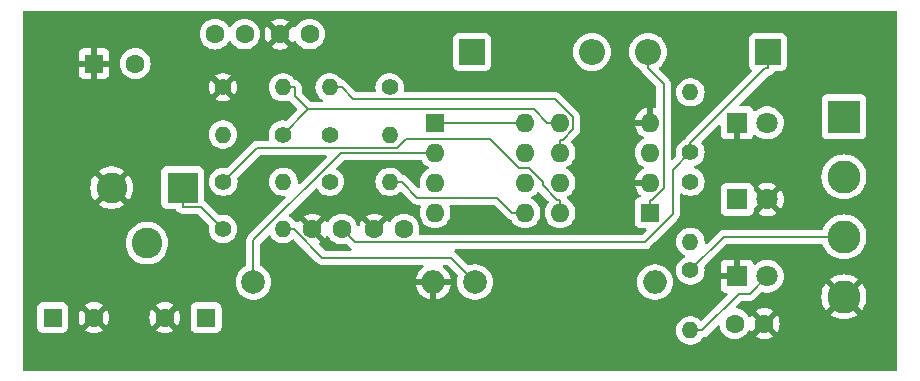
<source format=gbr>
%TF.GenerationSoftware,KiCad,Pcbnew,8.0.6*%
%TF.CreationDate,2024-11-02T03:13:20+03:00*%
%TF.ProjectId,kicad,6b696361-642e-46b6-9963-61645f706362,rev?*%
%TF.SameCoordinates,Original*%
%TF.FileFunction,Copper,L1,Top*%
%TF.FilePolarity,Positive*%
%FSLAX46Y46*%
G04 Gerber Fmt 4.6, Leading zero omitted, Abs format (unit mm)*
G04 Created by KiCad (PCBNEW 8.0.6) date 2024-11-02 03:13:20*
%MOMM*%
%LPD*%
G01*
G04 APERTURE LIST*
%TA.AperFunction,ComponentPad*%
%ADD10R,1.800000X1.800000*%
%TD*%
%TA.AperFunction,ComponentPad*%
%ADD11C,1.800000*%
%TD*%
%TA.AperFunction,ComponentPad*%
%ADD12R,1.600000X1.600000*%
%TD*%
%TA.AperFunction,ComponentPad*%
%ADD13C,1.600000*%
%TD*%
%TA.AperFunction,ComponentPad*%
%ADD14O,1.600000X1.600000*%
%TD*%
%TA.AperFunction,ComponentPad*%
%ADD15C,1.400000*%
%TD*%
%TA.AperFunction,ComponentPad*%
%ADD16O,1.400000X1.400000*%
%TD*%
%TA.AperFunction,ComponentPad*%
%ADD17R,2.600000X2.600000*%
%TD*%
%TA.AperFunction,ComponentPad*%
%ADD18C,2.600000*%
%TD*%
%TA.AperFunction,ComponentPad*%
%ADD19R,2.800000X2.800000*%
%TD*%
%TA.AperFunction,ComponentPad*%
%ADD20C,2.800000*%
%TD*%
%TA.AperFunction,ComponentPad*%
%ADD21R,2.200000X2.200000*%
%TD*%
%TA.AperFunction,ComponentPad*%
%ADD22O,2.200000X2.200000*%
%TD*%
%TA.AperFunction,ComponentPad*%
%ADD23C,2.000000*%
%TD*%
%TA.AperFunction,ComponentPad*%
%ADD24O,2.000000X2.000000*%
%TD*%
%TA.AperFunction,Conductor*%
%ADD25C,0.200000*%
%TD*%
G04 APERTURE END LIST*
D10*
%TO.P,D5,1,K*%
%TO.N,GND*%
X188960000Y-72000000D03*
D11*
%TO.P,D5,2,A*%
%TO.N,Net-(D5-A)*%
X191500000Y-72000000D03*
%TD*%
D12*
%TO.P,C5,1*%
%TO.N,GND*%
X134500000Y-67000000D03*
D13*
%TO.P,C5,2*%
%TO.N,-5V*%
X138000000Y-67000000D03*
%TD*%
D12*
%TO.P,U2,1,SwC*%
%TO.N,Net-(D4-A)*%
X181580000Y-79620000D03*
D14*
%TO.P,U2,2,SwE*%
%TO.N,GND*%
X181580000Y-77080000D03*
%TO.P,U2,3,TC*%
%TO.N,Net-(U2-TC)*%
X181580000Y-74540000D03*
%TO.P,U2,4,GND*%
%TO.N,GND*%
X181580000Y-72000000D03*
%TO.P,U2,5,Vfb*%
%TO.N,Net-(U2-Vfb)*%
X173960000Y-72000000D03*
%TO.P,U2,6,Vin*%
%TO.N,+5V*%
X173960000Y-74540000D03*
%TO.P,U2,7,Ipk*%
%TO.N,Net-(U2-Ipk)*%
X173960000Y-77080000D03*
%TO.P,U2,8,DC*%
%TO.N,Net-(U2-DC)*%
X173960000Y-79620000D03*
%TD*%
D15*
%TO.P,R10,1*%
%TO.N,+12V*%
X185000000Y-74500000D03*
D16*
%TO.P,R10,2*%
%TO.N,Net-(D5-A)*%
X185000000Y-69420000D03*
%TD*%
D13*
%TO.P,C2,1*%
%TO.N,Net-(U1-TC)*%
X144750000Y-64500000D03*
%TO.P,C2,2*%
%TO.N,-5V*%
X147250000Y-64500000D03*
%TD*%
D15*
%TO.P,R4,1*%
%TO.N,-5V*%
X185000000Y-77000000D03*
D16*
%TO.P,R4,2*%
%TO.N,Net-(D2-K)*%
X185000000Y-82080000D03*
%TD*%
D15*
%TO.P,R5,1*%
%TO.N,+5V*%
X185000000Y-84500000D03*
D16*
%TO.P,R5,2*%
%TO.N,Net-(D3-A)*%
X185000000Y-89580000D03*
%TD*%
D12*
%TO.P,U1,1,SwC*%
%TO.N,Net-(U1-DC)*%
X163380000Y-72000000D03*
D14*
%TO.P,U1,2,SwE*%
%TO.N,Net-(D1-K)*%
X163380000Y-74540000D03*
%TO.P,U1,3,TC*%
%TO.N,Net-(U1-TC)*%
X163380000Y-77080000D03*
%TO.P,U1,4,GND*%
%TO.N,-5V*%
X163380000Y-79620000D03*
%TO.P,U1,5,Vfb*%
%TO.N,Net-(U1-Vfb)*%
X171000000Y-79620000D03*
%TO.P,U1,6,Vin*%
%TO.N,+5V*%
X171000000Y-77080000D03*
%TO.P,U1,7,Ipk*%
%TO.N,Net-(U1-DC)*%
X171000000Y-74540000D03*
%TO.P,U1,8,DC*%
X171000000Y-72000000D03*
%TD*%
D15*
%TO.P,R7,1*%
%TO.N,+5V*%
X145420000Y-81000000D03*
D16*
%TO.P,R7,2*%
%TO.N,Net-(U2-Ipk)*%
X150500000Y-81000000D03*
%TD*%
D15*
%TO.P,R3,1*%
%TO.N,-5V*%
X154460000Y-77000000D03*
D16*
%TO.P,R3,2*%
%TO.N,Net-(U1-Vfb)*%
X159540000Y-77000000D03*
%TD*%
D10*
%TO.P,D3,1,K*%
%TO.N,GND*%
X188960000Y-85000000D03*
D11*
%TO.P,D3,2,A*%
%TO.N,Net-(D3-A)*%
X191500000Y-85000000D03*
%TD*%
D15*
%TO.P,R9,1*%
%TO.N,Net-(U2-Vfb)*%
X150500000Y-73000000D03*
D16*
%TO.P,R9,2*%
%TO.N,+12V*%
X145420000Y-73000000D03*
%TD*%
D10*
%TO.P,D2,1,K*%
%TO.N,Net-(D2-K)*%
X188960000Y-78500000D03*
D11*
%TO.P,D2,2,A*%
%TO.N,GND*%
X191500000Y-78500000D03*
%TD*%
D17*
%TO.P,J3,1*%
%TO.N,+5V*%
X142000000Y-77500000D03*
D18*
%TO.P,J3,2*%
%TO.N,GND*%
X136000000Y-77500000D03*
%TO.P,J3,3*%
%TO.N,N/C*%
X139000000Y-82200000D03*
%TD*%
D15*
%TO.P,R2,1*%
%TO.N,-5V*%
X154460000Y-73000000D03*
D16*
%TO.P,R2,2*%
%TO.N,Net-(U1-Vfb)*%
X159540000Y-73000000D03*
%TD*%
D12*
%TO.P,C1,1*%
%TO.N,+5V*%
X131000000Y-88500000D03*
D13*
%TO.P,C1,2*%
%TO.N,GND*%
X134500000Y-88500000D03*
%TD*%
%TO.P,C7,1*%
%TO.N,GND*%
X153000000Y-81000000D03*
%TO.P,C7,2*%
%TO.N,+12V*%
X155500000Y-81000000D03*
%TD*%
D15*
%TO.P,R6,1*%
%TO.N,Net-(U2-DC)*%
X145460000Y-77000000D03*
D16*
%TO.P,R6,2*%
%TO.N,Net-(U2-Ipk)*%
X150540000Y-77000000D03*
%TD*%
D19*
%TO.P,J1,1,Pin_1*%
%TO.N,+12V*%
X198000000Y-71500000D03*
D20*
%TO.P,J1,2,Pin_2*%
%TO.N,-5V*%
X198000000Y-76580000D03*
%TO.P,J1,3,Pin_3*%
%TO.N,+5V*%
X198000000Y-81660000D03*
%TO.P,J1,4,Pin_4*%
%TO.N,GND*%
X198000000Y-86740000D03*
%TD*%
D13*
%TO.P,C3,1*%
%TO.N,+5V*%
X152750000Y-64500000D03*
%TO.P,C3,2*%
%TO.N,GND*%
X150250000Y-64500000D03*
%TD*%
D21*
%TO.P,D4,1,K*%
%TO.N,+12V*%
X191580000Y-66000000D03*
D22*
%TO.P,D4,2,A*%
%TO.N,Net-(D4-A)*%
X181420000Y-66000000D03*
%TD*%
D23*
%TO.P,L2,1,1*%
%TO.N,Net-(U2-Ipk)*%
X166760000Y-85500000D03*
D24*
%TO.P,L2,2,2*%
%TO.N,Net-(D4-A)*%
X182000000Y-85500000D03*
%TD*%
D15*
%TO.P,R8,1*%
%TO.N,GND*%
X145420000Y-69000000D03*
D16*
%TO.P,R8,2*%
%TO.N,Net-(U2-Vfb)*%
X150500000Y-69000000D03*
%TD*%
D21*
%TO.P,D1,1,K*%
%TO.N,Net-(D1-K)*%
X166500000Y-66000000D03*
D22*
%TO.P,D1,2,A*%
%TO.N,-5V*%
X176660000Y-66000000D03*
%TD*%
D12*
%TO.P,C8,1*%
%TO.N,+12V*%
X144000000Y-88500000D03*
D13*
%TO.P,C8,2*%
%TO.N,GND*%
X140500000Y-88500000D03*
%TD*%
D23*
%TO.P,L1,1,1*%
%TO.N,Net-(D1-K)*%
X148000000Y-85500000D03*
D24*
%TO.P,L1,2,2*%
%TO.N,GND*%
X163240000Y-85500000D03*
%TD*%
D13*
%TO.P,C4,1*%
%TO.N,GND*%
X158250000Y-81000000D03*
%TO.P,C4,2*%
%TO.N,-5V*%
X160750000Y-81000000D03*
%TD*%
D15*
%TO.P,R1,1*%
%TO.N,Net-(U1-DC)*%
X159540000Y-69000000D03*
D16*
%TO.P,R1,2*%
%TO.N,+5V*%
X154460000Y-69000000D03*
%TD*%
D13*
%TO.P,C6,1*%
%TO.N,Net-(U2-TC)*%
X188750000Y-89000000D03*
%TO.P,C6,2*%
%TO.N,GND*%
X191250000Y-89000000D03*
%TD*%
D25*
%TO.N,+5V*%
X143521700Y-79101700D02*
X142000000Y-79101700D01*
X142000000Y-77500000D02*
X142000000Y-79101700D01*
X145420000Y-81000000D02*
X143521700Y-79101700D01*
X173525700Y-70001700D02*
X175071000Y-71547000D01*
X156463400Y-70001700D02*
X173525700Y-70001700D01*
X173960000Y-74540000D02*
X173960000Y-73438300D01*
X174188300Y-73438300D02*
X173960000Y-73438300D01*
X187840000Y-81660000D02*
X198000000Y-81660000D01*
X154460000Y-69000000D02*
X155461700Y-69000000D01*
X155461700Y-69000000D02*
X156463400Y-70001700D01*
X185000000Y-84500000D02*
X187840000Y-81660000D01*
X175071000Y-72555600D02*
X174188300Y-73438300D01*
X175071000Y-71547000D02*
X175071000Y-72555600D01*
%TO.N,+12V*%
X183500200Y-79733200D02*
X183500200Y-75999800D01*
X185000000Y-73718900D02*
X185000000Y-74500000D01*
X155500000Y-81000000D02*
X156618900Y-82118900D01*
X191580000Y-67401700D02*
X191317200Y-67401700D01*
X183500200Y-75999800D02*
X185000000Y-74500000D01*
X191580000Y-66000000D02*
X191580000Y-67401700D01*
X181114500Y-82118900D02*
X183500200Y-79733200D01*
X156618900Y-82118900D02*
X181114500Y-82118900D01*
X191317200Y-67401700D02*
X185000000Y-73718900D01*
%TO.N,Net-(D1-K)*%
X162276800Y-74541500D02*
X162278300Y-74540000D01*
X148000000Y-81969900D02*
X155428400Y-74541500D01*
X163380000Y-74540000D02*
X162278300Y-74540000D01*
X148000000Y-85500000D02*
X148000000Y-81969900D01*
X155428400Y-74541500D02*
X162276800Y-74541500D01*
%TO.N,Net-(D3-A)*%
X185000000Y-89580000D02*
X186001700Y-89580000D01*
X186001700Y-89580000D02*
X189098400Y-86483300D01*
X190016700Y-86483300D02*
X191500000Y-85000000D01*
X189098400Y-86483300D02*
X190016700Y-86483300D01*
%TO.N,Net-(D4-A)*%
X181717700Y-78518300D02*
X182728600Y-77507400D01*
X181420000Y-66000000D02*
X181420000Y-67401700D01*
X181580000Y-78518300D02*
X181717700Y-78518300D01*
X182728600Y-77507400D02*
X182728600Y-68710300D01*
X181580000Y-79620000D02*
X181580000Y-78518300D01*
X182728600Y-68710300D02*
X181420000Y-67401700D01*
%TO.N,Net-(U2-Ipk)*%
X150500000Y-81000000D02*
X151501700Y-81000000D01*
X166760000Y-85500000D02*
X164688300Y-83428300D01*
X153826200Y-83428300D02*
X151501700Y-81103800D01*
X164688300Y-83428300D02*
X153826200Y-83428300D01*
X151501700Y-81103800D02*
X151501700Y-81000000D01*
%TO.N,Net-(U1-DC)*%
X171000000Y-72000000D02*
X163380000Y-72000000D01*
%TO.N,Net-(U1-Vfb)*%
X171000000Y-79620000D02*
X169898300Y-79620000D01*
X161891700Y-78350000D02*
X168628300Y-78350000D01*
X168628300Y-78350000D02*
X169898300Y-79620000D01*
X160541700Y-77000000D02*
X161891700Y-78350000D01*
X159540000Y-77000000D02*
X160541700Y-77000000D01*
%TO.N,Net-(U2-DC)*%
X145460000Y-77000000D02*
X148320200Y-74139800D01*
X172520200Y-77027200D02*
X172520200Y-77306800D01*
X171303000Y-75810000D02*
X172520200Y-77027200D01*
X160953300Y-73361900D02*
X168021900Y-73361900D01*
X173731700Y-78518300D02*
X173960000Y-78518300D01*
X168021900Y-73361900D02*
X170470000Y-75810000D01*
X170470000Y-75810000D02*
X171303000Y-75810000D01*
X172520200Y-77306800D02*
X173731700Y-78518300D01*
X148320200Y-74139800D02*
X160175400Y-74139800D01*
X160175400Y-74139800D02*
X160953300Y-73361900D01*
X173960000Y-79620000D02*
X173960000Y-78518300D01*
%TO.N,Net-(U2-Vfb)*%
X150500000Y-69000000D02*
X151501700Y-69000000D01*
X152633100Y-70866900D02*
X171725200Y-70866900D01*
X151501700Y-69735500D02*
X151501700Y-69000000D01*
X152633100Y-70866900D02*
X151501700Y-69735500D01*
X150500000Y-73000000D02*
X152633100Y-70866900D01*
X171725200Y-70866900D02*
X172858300Y-72000000D01*
X173960000Y-72000000D02*
X172858300Y-72000000D01*
%TD*%
%TA.AperFunction,Conductor*%
%TO.N,GND*%
G36*
X154079024Y-81725471D02*
G01*
X154130134Y-81652481D01*
X154137340Y-81637028D01*
X154183511Y-81584587D01*
X154250704Y-81565433D01*
X154317585Y-81585646D01*
X154362105Y-81637022D01*
X154369430Y-81652730D01*
X154369432Y-81652734D01*
X154499954Y-81839141D01*
X154660858Y-82000045D01*
X154660861Y-82000047D01*
X154847266Y-82130568D01*
X155053504Y-82226739D01*
X155273308Y-82285635D01*
X155435230Y-82299801D01*
X155499998Y-82305468D01*
X155500000Y-82305468D01*
X155500002Y-82305468D01*
X155556673Y-82300509D01*
X155726692Y-82285635D01*
X155822932Y-82259847D01*
X155892781Y-82261510D01*
X155942705Y-82291940D01*
X156250184Y-82599420D01*
X156250186Y-82599421D01*
X156256635Y-82604370D01*
X156254818Y-82606736D01*
X156293191Y-82646981D01*
X156306413Y-82715588D01*
X156280445Y-82780453D01*
X156223530Y-82820981D01*
X156182975Y-82827800D01*
X154126297Y-82827800D01*
X154059258Y-82808115D01*
X154038616Y-82791481D01*
X153590012Y-82342877D01*
X153556527Y-82281554D01*
X153561511Y-82211862D01*
X153603383Y-82155929D01*
X153625292Y-82142812D01*
X153652481Y-82130134D01*
X153725471Y-82079024D01*
X153046447Y-81400000D01*
X153052661Y-81400000D01*
X153154394Y-81372741D01*
X153245606Y-81320080D01*
X153320080Y-81245606D01*
X153372741Y-81154394D01*
X153400000Y-81052661D01*
X153400000Y-81046447D01*
X154079024Y-81725471D01*
G37*
%TD.AperFunction*%
%TA.AperFunction,Conductor*%
G36*
X202442539Y-62520185D02*
G01*
X202488294Y-62572989D01*
X202499500Y-62624500D01*
X202499500Y-92875500D01*
X202479815Y-92942539D01*
X202427011Y-92988294D01*
X202375500Y-92999500D01*
X128624500Y-92999500D01*
X128557461Y-92979815D01*
X128511706Y-92927011D01*
X128500500Y-92875500D01*
X128500500Y-87652135D01*
X129699500Y-87652135D01*
X129699500Y-89347870D01*
X129699501Y-89347876D01*
X129705908Y-89407483D01*
X129756202Y-89542328D01*
X129756206Y-89542335D01*
X129842452Y-89657544D01*
X129842455Y-89657547D01*
X129957664Y-89743793D01*
X129957671Y-89743797D01*
X130092517Y-89794091D01*
X130092516Y-89794091D01*
X130099444Y-89794835D01*
X130152127Y-89800500D01*
X131847872Y-89800499D01*
X131907483Y-89794091D01*
X132042331Y-89743796D01*
X132157546Y-89657546D01*
X132243796Y-89542331D01*
X132294091Y-89407483D01*
X132300500Y-89347873D01*
X132300499Y-88499997D01*
X133195034Y-88499997D01*
X133195034Y-88500002D01*
X133214858Y-88726599D01*
X133214860Y-88726610D01*
X133273730Y-88946317D01*
X133273735Y-88946331D01*
X133369863Y-89152478D01*
X133420974Y-89225472D01*
X134100000Y-88546446D01*
X134100000Y-88552661D01*
X134127259Y-88654394D01*
X134179920Y-88745606D01*
X134254394Y-88820080D01*
X134345606Y-88872741D01*
X134447339Y-88900000D01*
X134453553Y-88900000D01*
X133774526Y-89579025D01*
X133847513Y-89630132D01*
X133847521Y-89630136D01*
X134053668Y-89726264D01*
X134053682Y-89726269D01*
X134273389Y-89785139D01*
X134273400Y-89785141D01*
X134499998Y-89804966D01*
X134500002Y-89804966D01*
X134726599Y-89785141D01*
X134726610Y-89785139D01*
X134946317Y-89726269D01*
X134946331Y-89726264D01*
X135152478Y-89630136D01*
X135225471Y-89579024D01*
X134546447Y-88900000D01*
X134552661Y-88900000D01*
X134654394Y-88872741D01*
X134745606Y-88820080D01*
X134820080Y-88745606D01*
X134872741Y-88654394D01*
X134900000Y-88552661D01*
X134900000Y-88546447D01*
X135579024Y-89225471D01*
X135630136Y-89152478D01*
X135726264Y-88946331D01*
X135726269Y-88946317D01*
X135785139Y-88726610D01*
X135785141Y-88726599D01*
X135804966Y-88500002D01*
X135804966Y-88499997D01*
X139195034Y-88499997D01*
X139195034Y-88500002D01*
X139214858Y-88726599D01*
X139214860Y-88726610D01*
X139273730Y-88946317D01*
X139273735Y-88946331D01*
X139369863Y-89152478D01*
X139420974Y-89225472D01*
X140100000Y-88546446D01*
X140100000Y-88552661D01*
X140127259Y-88654394D01*
X140179920Y-88745606D01*
X140254394Y-88820080D01*
X140345606Y-88872741D01*
X140447339Y-88900000D01*
X140453553Y-88900000D01*
X139774526Y-89579025D01*
X139847513Y-89630132D01*
X139847521Y-89630136D01*
X140053668Y-89726264D01*
X140053682Y-89726269D01*
X140273389Y-89785139D01*
X140273400Y-89785141D01*
X140499998Y-89804966D01*
X140500002Y-89804966D01*
X140726599Y-89785141D01*
X140726610Y-89785139D01*
X140946317Y-89726269D01*
X140946331Y-89726264D01*
X141152478Y-89630136D01*
X141225471Y-89579024D01*
X140546447Y-88900000D01*
X140552661Y-88900000D01*
X140654394Y-88872741D01*
X140745606Y-88820080D01*
X140820080Y-88745606D01*
X140872741Y-88654394D01*
X140900000Y-88552661D01*
X140900000Y-88546447D01*
X141579024Y-89225471D01*
X141630136Y-89152478D01*
X141726264Y-88946331D01*
X141726269Y-88946317D01*
X141785139Y-88726610D01*
X141785141Y-88726599D01*
X141804966Y-88500002D01*
X141804966Y-88499997D01*
X141785141Y-88273400D01*
X141785139Y-88273389D01*
X141726269Y-88053682D01*
X141726264Y-88053668D01*
X141630136Y-87847521D01*
X141630132Y-87847513D01*
X141579025Y-87774526D01*
X140900000Y-88453551D01*
X140900000Y-88447339D01*
X140872741Y-88345606D01*
X140820080Y-88254394D01*
X140745606Y-88179920D01*
X140654394Y-88127259D01*
X140552661Y-88100000D01*
X140546448Y-88100000D01*
X140994312Y-87652135D01*
X142699500Y-87652135D01*
X142699500Y-89347870D01*
X142699501Y-89347876D01*
X142705908Y-89407483D01*
X142756202Y-89542328D01*
X142756206Y-89542335D01*
X142842452Y-89657544D01*
X142842455Y-89657547D01*
X142957664Y-89743793D01*
X142957671Y-89743797D01*
X143092517Y-89794091D01*
X143092516Y-89794091D01*
X143099444Y-89794835D01*
X143152127Y-89800500D01*
X144847872Y-89800499D01*
X144907483Y-89794091D01*
X145042331Y-89743796D01*
X145157546Y-89657546D01*
X145215598Y-89579999D01*
X183794357Y-89579999D01*
X183794357Y-89580000D01*
X183814884Y-89801535D01*
X183814885Y-89801537D01*
X183875769Y-90015523D01*
X183875775Y-90015538D01*
X183974938Y-90214683D01*
X183974943Y-90214691D01*
X184109020Y-90392238D01*
X184273437Y-90542123D01*
X184273439Y-90542125D01*
X184462595Y-90659245D01*
X184462596Y-90659245D01*
X184462599Y-90659247D01*
X184670060Y-90739618D01*
X184888757Y-90780500D01*
X184888759Y-90780500D01*
X185111241Y-90780500D01*
X185111243Y-90780500D01*
X185329940Y-90739618D01*
X185537401Y-90659247D01*
X185726562Y-90542124D01*
X185890981Y-90392236D01*
X186017608Y-90224553D01*
X186073716Y-90182917D01*
X186084441Y-90179513D01*
X186233485Y-90139577D01*
X186283604Y-90110639D01*
X186370416Y-90060520D01*
X186482220Y-89948716D01*
X186482220Y-89948714D01*
X186492428Y-89938507D01*
X186492430Y-89938504D01*
X187257528Y-89173405D01*
X187318849Y-89139922D01*
X187388541Y-89144906D01*
X187444474Y-89186778D01*
X187464982Y-89228995D01*
X187523258Y-89446488D01*
X187523261Y-89446497D01*
X187619431Y-89652732D01*
X187619432Y-89652734D01*
X187749954Y-89839141D01*
X187910858Y-90000045D01*
X187910861Y-90000047D01*
X188097266Y-90130568D01*
X188303504Y-90226739D01*
X188523308Y-90285635D01*
X188685230Y-90299801D01*
X188749998Y-90305468D01*
X188750000Y-90305468D01*
X188750002Y-90305468D01*
X188806673Y-90300509D01*
X188976692Y-90285635D01*
X189196496Y-90226739D01*
X189402734Y-90130568D01*
X189589139Y-90000047D01*
X189750047Y-89839139D01*
X189880568Y-89652734D01*
X189887893Y-89637024D01*
X189934064Y-89584586D01*
X190001257Y-89565433D01*
X190068138Y-89585648D01*
X190112657Y-89637024D01*
X190119864Y-89652480D01*
X190170974Y-89725472D01*
X190850000Y-89046446D01*
X190850000Y-89052661D01*
X190877259Y-89154394D01*
X190929920Y-89245606D01*
X191004394Y-89320080D01*
X191095606Y-89372741D01*
X191197339Y-89400000D01*
X191203553Y-89400000D01*
X190524526Y-90079025D01*
X190597513Y-90130132D01*
X190597521Y-90130136D01*
X190803668Y-90226264D01*
X190803682Y-90226269D01*
X191023389Y-90285139D01*
X191023400Y-90285141D01*
X191249998Y-90304966D01*
X191250002Y-90304966D01*
X191476599Y-90285141D01*
X191476610Y-90285139D01*
X191696317Y-90226269D01*
X191696331Y-90226264D01*
X191902478Y-90130136D01*
X191975471Y-90079024D01*
X191296447Y-89400000D01*
X191302661Y-89400000D01*
X191404394Y-89372741D01*
X191495606Y-89320080D01*
X191570080Y-89245606D01*
X191622741Y-89154394D01*
X191650000Y-89052661D01*
X191650000Y-89046447D01*
X192329024Y-89725471D01*
X192380136Y-89652478D01*
X192476264Y-89446331D01*
X192476269Y-89446317D01*
X192535139Y-89226610D01*
X192535141Y-89226599D01*
X192554966Y-89000002D01*
X192554966Y-88999997D01*
X192535141Y-88773400D01*
X192535139Y-88773389D01*
X192476269Y-88553682D01*
X192476264Y-88553668D01*
X192380136Y-88347521D01*
X192380132Y-88347513D01*
X192329025Y-88274526D01*
X191650000Y-88953551D01*
X191650000Y-88947339D01*
X191622741Y-88845606D01*
X191570080Y-88754394D01*
X191495606Y-88679920D01*
X191404394Y-88627259D01*
X191302661Y-88600000D01*
X191296448Y-88600000D01*
X191975472Y-87920974D01*
X191902478Y-87869863D01*
X191696331Y-87773735D01*
X191696317Y-87773730D01*
X191476610Y-87714860D01*
X191476599Y-87714858D01*
X191250002Y-87695034D01*
X191249998Y-87695034D01*
X191023400Y-87714858D01*
X191023389Y-87714860D01*
X190803682Y-87773730D01*
X190803673Y-87773734D01*
X190597516Y-87869866D01*
X190597512Y-87869868D01*
X190524526Y-87920973D01*
X190524526Y-87920974D01*
X191203553Y-88600000D01*
X191197339Y-88600000D01*
X191095606Y-88627259D01*
X191004394Y-88679920D01*
X190929920Y-88754394D01*
X190877259Y-88845606D01*
X190850000Y-88947339D01*
X190850000Y-88953552D01*
X190170974Y-88274526D01*
X190170973Y-88274526D01*
X190119868Y-88347512D01*
X190119867Y-88347514D01*
X190112656Y-88362979D01*
X190066482Y-88415417D01*
X189999288Y-88434567D01*
X189932407Y-88414350D01*
X189887893Y-88362976D01*
X189880568Y-88347266D01*
X189750047Y-88160861D01*
X189750045Y-88160858D01*
X189589141Y-87999954D01*
X189402734Y-87869432D01*
X189402732Y-87869431D01*
X189196497Y-87773261D01*
X189196488Y-87773258D01*
X188978995Y-87714982D01*
X188919334Y-87678617D01*
X188888805Y-87615770D01*
X188897100Y-87546395D01*
X188923404Y-87507530D01*
X189310816Y-87120119D01*
X189372139Y-87086634D01*
X189398497Y-87083800D01*
X189930031Y-87083800D01*
X189930047Y-87083801D01*
X189937643Y-87083801D01*
X190095754Y-87083801D01*
X190095757Y-87083801D01*
X190248485Y-87042877D01*
X190298604Y-87013939D01*
X190385416Y-86963820D01*
X190497220Y-86852016D01*
X190497220Y-86852014D01*
X190507428Y-86841807D01*
X190507430Y-86841804D01*
X190609236Y-86739998D01*
X196095147Y-86739998D01*
X196095147Y-86740001D01*
X196114536Y-87011090D01*
X196114537Y-87011097D01*
X196172305Y-87276654D01*
X196267285Y-87531306D01*
X196267287Y-87531310D01*
X196397532Y-87769835D01*
X196397537Y-87769843D01*
X196491321Y-87895123D01*
X196491322Y-87895124D01*
X197227546Y-87158900D01*
X197320343Y-87297780D01*
X197442220Y-87419657D01*
X197581098Y-87512452D01*
X196844874Y-88248676D01*
X196970163Y-88342466D01*
X196970164Y-88342467D01*
X197208689Y-88472712D01*
X197208693Y-88472714D01*
X197463345Y-88567694D01*
X197728902Y-88625462D01*
X197728909Y-88625463D01*
X197999999Y-88644853D01*
X198000001Y-88644853D01*
X198271090Y-88625463D01*
X198271097Y-88625462D01*
X198536654Y-88567694D01*
X198791306Y-88472714D01*
X198791310Y-88472712D01*
X199029844Y-88342462D01*
X199155123Y-88248677D01*
X199155124Y-88248676D01*
X198418900Y-87512453D01*
X198557780Y-87419657D01*
X198679657Y-87297780D01*
X198772452Y-87158900D01*
X199508676Y-87895124D01*
X199508677Y-87895123D01*
X199602462Y-87769844D01*
X199732712Y-87531310D01*
X199732714Y-87531306D01*
X199827694Y-87276654D01*
X199885462Y-87011097D01*
X199885463Y-87011090D01*
X199904853Y-86740001D01*
X199904853Y-86739998D01*
X199885463Y-86468909D01*
X199885462Y-86468902D01*
X199827694Y-86203345D01*
X199732714Y-85948693D01*
X199732712Y-85948689D01*
X199602467Y-85710164D01*
X199602466Y-85710163D01*
X199508676Y-85584874D01*
X198772452Y-86321098D01*
X198679657Y-86182220D01*
X198557780Y-86060343D01*
X198418900Y-85967546D01*
X199155124Y-85231322D01*
X199155123Y-85231321D01*
X199029843Y-85137537D01*
X199029835Y-85137532D01*
X198791310Y-85007287D01*
X198791306Y-85007285D01*
X198536654Y-84912305D01*
X198271097Y-84854537D01*
X198271090Y-84854536D01*
X198000001Y-84835147D01*
X197999999Y-84835147D01*
X197728909Y-84854536D01*
X197728902Y-84854537D01*
X197463345Y-84912305D01*
X197208693Y-85007285D01*
X197208689Y-85007287D01*
X196970164Y-85137532D01*
X196970156Y-85137537D01*
X196844875Y-85231321D01*
X196844874Y-85231322D01*
X197581099Y-85967546D01*
X197442220Y-86060343D01*
X197320343Y-86182220D01*
X197227547Y-86321099D01*
X196491322Y-85584874D01*
X196491321Y-85584875D01*
X196397537Y-85710156D01*
X196397532Y-85710164D01*
X196267287Y-85948689D01*
X196267285Y-85948693D01*
X196172305Y-86203345D01*
X196114537Y-86468902D01*
X196114536Y-86468909D01*
X196095147Y-86739998D01*
X190609236Y-86739998D01*
X190975160Y-86374073D01*
X191036481Y-86340590D01*
X191103102Y-86344474D01*
X191155019Y-86362298D01*
X191383951Y-86400500D01*
X191383952Y-86400500D01*
X191616048Y-86400500D01*
X191616049Y-86400500D01*
X191844981Y-86362298D01*
X192064503Y-86286936D01*
X192268626Y-86176470D01*
X192451784Y-86033913D01*
X192608979Y-85863153D01*
X192735924Y-85668849D01*
X192829157Y-85456300D01*
X192886134Y-85231305D01*
X192893904Y-85137532D01*
X192905300Y-85000006D01*
X192905300Y-84999993D01*
X192886135Y-84768702D01*
X192886133Y-84768691D01*
X192829157Y-84543699D01*
X192735924Y-84331151D01*
X192608983Y-84136852D01*
X192608980Y-84136849D01*
X192608979Y-84136847D01*
X192451784Y-83966087D01*
X192451779Y-83966083D01*
X192451777Y-83966081D01*
X192268634Y-83823535D01*
X192268628Y-83823531D01*
X192064504Y-83713064D01*
X192064495Y-83713061D01*
X191844984Y-83637702D01*
X191657404Y-83606401D01*
X191616049Y-83599500D01*
X191383951Y-83599500D01*
X191342596Y-83606401D01*
X191155015Y-83637702D01*
X190935504Y-83713061D01*
X190935495Y-83713064D01*
X190731371Y-83823531D01*
X190731365Y-83823535D01*
X190548222Y-83966081D01*
X190548215Y-83966087D01*
X190539484Y-83975572D01*
X190479595Y-84011561D01*
X190409757Y-84009458D01*
X190352143Y-83969932D01*
X190332075Y-83934918D01*
X190303355Y-83857915D01*
X190303350Y-83857906D01*
X190217190Y-83742812D01*
X190217187Y-83742809D01*
X190102093Y-83656649D01*
X190102086Y-83656645D01*
X189967379Y-83606403D01*
X189967372Y-83606401D01*
X189907844Y-83600000D01*
X189210000Y-83600000D01*
X189210000Y-84624722D01*
X189133694Y-84580667D01*
X189019244Y-84550000D01*
X188900756Y-84550000D01*
X188786306Y-84580667D01*
X188710000Y-84624722D01*
X188710000Y-83600000D01*
X188012155Y-83600000D01*
X187952627Y-83606401D01*
X187952620Y-83606403D01*
X187817913Y-83656645D01*
X187817906Y-83656649D01*
X187702812Y-83742809D01*
X187702809Y-83742812D01*
X187616649Y-83857906D01*
X187616645Y-83857913D01*
X187566403Y-83992620D01*
X187566401Y-83992627D01*
X187560000Y-84052155D01*
X187560000Y-84750000D01*
X188584722Y-84750000D01*
X188540667Y-84826306D01*
X188510000Y-84940756D01*
X188510000Y-85059244D01*
X188540667Y-85173694D01*
X188584722Y-85250000D01*
X187560000Y-85250000D01*
X187560000Y-85947844D01*
X187566401Y-86007372D01*
X187566403Y-86007379D01*
X187616645Y-86142086D01*
X187616649Y-86142093D01*
X187702809Y-86257187D01*
X187702812Y-86257190D01*
X187817906Y-86343350D01*
X187817913Y-86343354D01*
X187952620Y-86393596D01*
X187952627Y-86393598D01*
X188012155Y-86399999D01*
X188012172Y-86400000D01*
X188033102Y-86400000D01*
X188100141Y-86419685D01*
X188145896Y-86472489D01*
X188155840Y-86541647D01*
X188126815Y-86605203D01*
X188120783Y-86611681D01*
X186013265Y-88719198D01*
X185951942Y-88752683D01*
X185882250Y-88747699D01*
X185842048Y-88723156D01*
X185726562Y-88617876D01*
X185726559Y-88617874D01*
X185726558Y-88617873D01*
X185537404Y-88500754D01*
X185537398Y-88500752D01*
X185535457Y-88500000D01*
X185329940Y-88420382D01*
X185111243Y-88379500D01*
X184888757Y-88379500D01*
X184670060Y-88420382D01*
X184538864Y-88471207D01*
X184462601Y-88500752D01*
X184462595Y-88500754D01*
X184273439Y-88617874D01*
X184273437Y-88617876D01*
X184109020Y-88767761D01*
X183974943Y-88945308D01*
X183974938Y-88945316D01*
X183875775Y-89144461D01*
X183875769Y-89144476D01*
X183814885Y-89358462D01*
X183814884Y-89358464D01*
X183794357Y-89579999D01*
X145215598Y-89579999D01*
X145243796Y-89542331D01*
X145294091Y-89407483D01*
X145300500Y-89347873D01*
X145300499Y-87652128D01*
X145294091Y-87592517D01*
X145271262Y-87531310D01*
X145243797Y-87457671D01*
X145243793Y-87457664D01*
X145157547Y-87342455D01*
X145157544Y-87342452D01*
X145042335Y-87256206D01*
X145042328Y-87256202D01*
X144907482Y-87205908D01*
X144907483Y-87205908D01*
X144847883Y-87199501D01*
X144847881Y-87199500D01*
X144847873Y-87199500D01*
X144847864Y-87199500D01*
X143152129Y-87199500D01*
X143152123Y-87199501D01*
X143092516Y-87205908D01*
X142957671Y-87256202D01*
X142957664Y-87256206D01*
X142842455Y-87342452D01*
X142842452Y-87342455D01*
X142756206Y-87457664D01*
X142756202Y-87457671D01*
X142705908Y-87592517D01*
X142699501Y-87652116D01*
X142699501Y-87652123D01*
X142699500Y-87652135D01*
X140994312Y-87652135D01*
X141225472Y-87420974D01*
X141152478Y-87369863D01*
X140946331Y-87273735D01*
X140946317Y-87273730D01*
X140726610Y-87214860D01*
X140726599Y-87214858D01*
X140500002Y-87195034D01*
X140499998Y-87195034D01*
X140273400Y-87214858D01*
X140273389Y-87214860D01*
X140053682Y-87273730D01*
X140053673Y-87273734D01*
X139847516Y-87369866D01*
X139847512Y-87369868D01*
X139774526Y-87420973D01*
X139774526Y-87420974D01*
X140453553Y-88100000D01*
X140447339Y-88100000D01*
X140345606Y-88127259D01*
X140254394Y-88179920D01*
X140179920Y-88254394D01*
X140127259Y-88345606D01*
X140100000Y-88447339D01*
X140100000Y-88453552D01*
X139420974Y-87774526D01*
X139420973Y-87774526D01*
X139369868Y-87847512D01*
X139369866Y-87847516D01*
X139273734Y-88053673D01*
X139273730Y-88053682D01*
X139214860Y-88273389D01*
X139214858Y-88273400D01*
X139195034Y-88499997D01*
X135804966Y-88499997D01*
X135785141Y-88273400D01*
X135785139Y-88273389D01*
X135726269Y-88053682D01*
X135726264Y-88053668D01*
X135630136Y-87847521D01*
X135630132Y-87847513D01*
X135579025Y-87774526D01*
X134900000Y-88453551D01*
X134900000Y-88447339D01*
X134872741Y-88345606D01*
X134820080Y-88254394D01*
X134745606Y-88179920D01*
X134654394Y-88127259D01*
X134552661Y-88100000D01*
X134546448Y-88100000D01*
X135225472Y-87420974D01*
X135152478Y-87369863D01*
X134946331Y-87273735D01*
X134946317Y-87273730D01*
X134726610Y-87214860D01*
X134726599Y-87214858D01*
X134500002Y-87195034D01*
X134499998Y-87195034D01*
X134273400Y-87214858D01*
X134273389Y-87214860D01*
X134053682Y-87273730D01*
X134053673Y-87273734D01*
X133847516Y-87369866D01*
X133847512Y-87369868D01*
X133774526Y-87420973D01*
X133774526Y-87420974D01*
X134453553Y-88100000D01*
X134447339Y-88100000D01*
X134345606Y-88127259D01*
X134254394Y-88179920D01*
X134179920Y-88254394D01*
X134127259Y-88345606D01*
X134100000Y-88447339D01*
X134100000Y-88453552D01*
X133420974Y-87774526D01*
X133420973Y-87774526D01*
X133369868Y-87847512D01*
X133369866Y-87847516D01*
X133273734Y-88053673D01*
X133273730Y-88053682D01*
X133214860Y-88273389D01*
X133214858Y-88273400D01*
X133195034Y-88499997D01*
X132300499Y-88499997D01*
X132300499Y-87652128D01*
X132294091Y-87592517D01*
X132271262Y-87531310D01*
X132243797Y-87457671D01*
X132243793Y-87457664D01*
X132157547Y-87342455D01*
X132157544Y-87342452D01*
X132042335Y-87256206D01*
X132042328Y-87256202D01*
X131907482Y-87205908D01*
X131907483Y-87205908D01*
X131847883Y-87199501D01*
X131847881Y-87199500D01*
X131847873Y-87199500D01*
X131847864Y-87199500D01*
X130152129Y-87199500D01*
X130152123Y-87199501D01*
X130092516Y-87205908D01*
X129957671Y-87256202D01*
X129957664Y-87256206D01*
X129842455Y-87342452D01*
X129842452Y-87342455D01*
X129756206Y-87457664D01*
X129756202Y-87457671D01*
X129705908Y-87592517D01*
X129699501Y-87652116D01*
X129699501Y-87652123D01*
X129699500Y-87652135D01*
X128500500Y-87652135D01*
X128500500Y-82199995D01*
X137194451Y-82199995D01*
X137194451Y-82200004D01*
X137214616Y-82469101D01*
X137273302Y-82726219D01*
X137274666Y-82732195D01*
X137373257Y-82983398D01*
X137508185Y-83217102D01*
X137644080Y-83387509D01*
X137676442Y-83428089D01*
X137803477Y-83545959D01*
X137874259Y-83611635D01*
X138097226Y-83763651D01*
X138340359Y-83880738D01*
X138598228Y-83960280D01*
X138598229Y-83960280D01*
X138598232Y-83960281D01*
X138865063Y-84000499D01*
X138865068Y-84000499D01*
X138865071Y-84000500D01*
X138865072Y-84000500D01*
X139134928Y-84000500D01*
X139134929Y-84000500D01*
X139141564Y-83999500D01*
X139401767Y-83960281D01*
X139401768Y-83960280D01*
X139401772Y-83960280D01*
X139659641Y-83880738D01*
X139902775Y-83763651D01*
X140125741Y-83611635D01*
X140323561Y-83428085D01*
X140491815Y-83217102D01*
X140626743Y-82983398D01*
X140725334Y-82732195D01*
X140785383Y-82469103D01*
X140795583Y-82332989D01*
X140805549Y-82200004D01*
X140805549Y-82199995D01*
X140785383Y-81930898D01*
X140772791Y-81875728D01*
X140725334Y-81667805D01*
X140626743Y-81416602D01*
X140491815Y-81182898D01*
X140323561Y-80971915D01*
X140323560Y-80971914D01*
X140323557Y-80971910D01*
X140125741Y-80788365D01*
X140109872Y-80777546D01*
X139902775Y-80636349D01*
X139902769Y-80636346D01*
X139902768Y-80636345D01*
X139902767Y-80636344D01*
X139659643Y-80519263D01*
X139659645Y-80519263D01*
X139401773Y-80439720D01*
X139401767Y-80439718D01*
X139134936Y-80399500D01*
X139134929Y-80399500D01*
X138865071Y-80399500D01*
X138865063Y-80399500D01*
X138598232Y-80439718D01*
X138598226Y-80439720D01*
X138340358Y-80519262D01*
X138097230Y-80636346D01*
X137874258Y-80788365D01*
X137676442Y-80971910D01*
X137508185Y-81182898D01*
X137373258Y-81416599D01*
X137373256Y-81416603D01*
X137274666Y-81667804D01*
X137274664Y-81667811D01*
X137214616Y-81930898D01*
X137194451Y-82199995D01*
X128500500Y-82199995D01*
X128500500Y-77499995D01*
X134194953Y-77499995D01*
X134194953Y-77500004D01*
X134215113Y-77769026D01*
X134215113Y-77769028D01*
X134275142Y-78032033D01*
X134275148Y-78032052D01*
X134373709Y-78283181D01*
X134373708Y-78283181D01*
X134508602Y-78516822D01*
X134562294Y-78584151D01*
X135284152Y-77862292D01*
X135291049Y-77878942D01*
X135378599Y-78009970D01*
X135490030Y-78121401D01*
X135621058Y-78208951D01*
X135637705Y-78215846D01*
X134914848Y-78938702D01*
X135097483Y-79063220D01*
X135097485Y-79063221D01*
X135340539Y-79180269D01*
X135340537Y-79180269D01*
X135598337Y-79259790D01*
X135598343Y-79259792D01*
X135865101Y-79299999D01*
X135865110Y-79300000D01*
X136134890Y-79300000D01*
X136134898Y-79299999D01*
X136401656Y-79259792D01*
X136401662Y-79259790D01*
X136659461Y-79180269D01*
X136902521Y-79063218D01*
X137085150Y-78938702D01*
X136362294Y-78215846D01*
X136378942Y-78208951D01*
X136509970Y-78121401D01*
X136621401Y-78009970D01*
X136708951Y-77878942D01*
X136715846Y-77862294D01*
X137437703Y-78584151D01*
X137437704Y-78584150D01*
X137491393Y-78516828D01*
X137491400Y-78516817D01*
X137626290Y-78283181D01*
X137724851Y-78032052D01*
X137724857Y-78032033D01*
X137784886Y-77769028D01*
X137784886Y-77769026D01*
X137805047Y-77500004D01*
X137805047Y-77499995D01*
X137784886Y-77230973D01*
X137784886Y-77230971D01*
X137724857Y-76967966D01*
X137724851Y-76967947D01*
X137626290Y-76716818D01*
X137626291Y-76716818D01*
X137491397Y-76483177D01*
X137437704Y-76415847D01*
X136715846Y-77137705D01*
X136708951Y-77121058D01*
X136621401Y-76990030D01*
X136509970Y-76878599D01*
X136378942Y-76791049D01*
X136362294Y-76784153D01*
X136994311Y-76152135D01*
X140199500Y-76152135D01*
X140199500Y-78847870D01*
X140199501Y-78847876D01*
X140205908Y-78907483D01*
X140256202Y-79042328D01*
X140256206Y-79042335D01*
X140342452Y-79157544D01*
X140342455Y-79157547D01*
X140457664Y-79243793D01*
X140457671Y-79243797D01*
X140592517Y-79294091D01*
X140592516Y-79294091D01*
X140599444Y-79294835D01*
X140652127Y-79300500D01*
X141349787Y-79300499D01*
X141416826Y-79320183D01*
X141457174Y-79362499D01*
X141519477Y-79470412D01*
X141519479Y-79470415D01*
X141519480Y-79470416D01*
X141631284Y-79582220D01*
X141631286Y-79582221D01*
X141631290Y-79582224D01*
X141755859Y-79654143D01*
X141768216Y-79661277D01*
X141920943Y-79702200D01*
X142079057Y-79702200D01*
X143221603Y-79702200D01*
X143288642Y-79721885D01*
X143309284Y-79738519D01*
X144208685Y-80637920D01*
X144242170Y-80699243D01*
X144240271Y-80759532D01*
X144234885Y-80778462D01*
X144214357Y-80999999D01*
X144214357Y-81000000D01*
X144234884Y-81221535D01*
X144234885Y-81221537D01*
X144295769Y-81435523D01*
X144295775Y-81435538D01*
X144394938Y-81634683D01*
X144394943Y-81634691D01*
X144529020Y-81812238D01*
X144693437Y-81962123D01*
X144693439Y-81962125D01*
X144882595Y-82079245D01*
X144882596Y-82079245D01*
X144882599Y-82079247D01*
X145090060Y-82159618D01*
X145308757Y-82200500D01*
X145308759Y-82200500D01*
X145531241Y-82200500D01*
X145531243Y-82200500D01*
X145749940Y-82159618D01*
X145957401Y-82079247D01*
X146146562Y-81962124D01*
X146310981Y-81812236D01*
X146445058Y-81634689D01*
X146544229Y-81435528D01*
X146605115Y-81221536D01*
X146625643Y-81000000D01*
X146617682Y-80914091D01*
X146605115Y-80778464D01*
X146605114Y-80778462D01*
X146604853Y-80777546D01*
X146544229Y-80564472D01*
X146544224Y-80564461D01*
X146445061Y-80365316D01*
X146445056Y-80365308D01*
X146310979Y-80187761D01*
X146146562Y-80037876D01*
X146146560Y-80037874D01*
X145957404Y-79920754D01*
X145957398Y-79920752D01*
X145749940Y-79840382D01*
X145531243Y-79799500D01*
X145308757Y-79799500D01*
X145240518Y-79812256D01*
X145170784Y-79825291D01*
X145101269Y-79818259D01*
X145060319Y-79791083D01*
X144009290Y-78740055D01*
X144009288Y-78740052D01*
X143890417Y-78621181D01*
X143890416Y-78621180D01*
X143862499Y-78605062D01*
X143814284Y-78554496D01*
X143800499Y-78497675D01*
X143800499Y-76999999D01*
X144254357Y-76999999D01*
X144254357Y-77000000D01*
X144274884Y-77221535D01*
X144274885Y-77221537D01*
X144335769Y-77435523D01*
X144335775Y-77435538D01*
X144434938Y-77634683D01*
X144434943Y-77634691D01*
X144569018Y-77812235D01*
X144569019Y-77812237D01*
X144720086Y-77949952D01*
X144725681Y-77955053D01*
X144733437Y-77962123D01*
X144733439Y-77962125D01*
X144922595Y-78079245D01*
X144922596Y-78079245D01*
X144922599Y-78079247D01*
X145130060Y-78159618D01*
X145348757Y-78200500D01*
X145348759Y-78200500D01*
X145571241Y-78200500D01*
X145571243Y-78200500D01*
X145789940Y-78159618D01*
X145997401Y-78079247D01*
X146186562Y-77962124D01*
X146350981Y-77812236D01*
X146367454Y-77790423D01*
X146395673Y-77753053D01*
X146485058Y-77634689D01*
X146584229Y-77435528D01*
X146645115Y-77221536D01*
X146665643Y-77000000D01*
X146658749Y-76925606D01*
X146645115Y-76778465D01*
X146645114Y-76778462D01*
X146639729Y-76759534D01*
X146640315Y-76689669D01*
X146671312Y-76637921D01*
X148532617Y-74776619D01*
X148593940Y-74743134D01*
X148620298Y-74740300D01*
X154081003Y-74740300D01*
X154148042Y-74759985D01*
X154193797Y-74812789D01*
X154203741Y-74881947D01*
X154174716Y-74945503D01*
X154168684Y-74951981D01*
X151950182Y-77170481D01*
X151888859Y-77203966D01*
X151819167Y-77198982D01*
X151763234Y-77157110D01*
X151738817Y-77091646D01*
X151739029Y-77071367D01*
X151745643Y-77000000D01*
X151738749Y-76925606D01*
X151725115Y-76778464D01*
X151725114Y-76778462D01*
X151719838Y-76759920D01*
X151664229Y-76564472D01*
X151641825Y-76519479D01*
X151565061Y-76365316D01*
X151565056Y-76365308D01*
X151430979Y-76187761D01*
X151266562Y-76037876D01*
X151266560Y-76037874D01*
X151077404Y-75920754D01*
X151077398Y-75920752D01*
X151077393Y-75920750D01*
X150869940Y-75840382D01*
X150651243Y-75799500D01*
X150428757Y-75799500D01*
X150210060Y-75840382D01*
X150112598Y-75878139D01*
X150002601Y-75920752D01*
X150002595Y-75920754D01*
X149813439Y-76037874D01*
X149813437Y-76037876D01*
X149649020Y-76187761D01*
X149514943Y-76365308D01*
X149514938Y-76365316D01*
X149415775Y-76564461D01*
X149415769Y-76564476D01*
X149354885Y-76778462D01*
X149354884Y-76778464D01*
X149334357Y-76999999D01*
X149334357Y-77000000D01*
X149354884Y-77221535D01*
X149354885Y-77221537D01*
X149415769Y-77435523D01*
X149415775Y-77435538D01*
X149514938Y-77634683D01*
X149514943Y-77634691D01*
X149649018Y-77812235D01*
X149649019Y-77812237D01*
X149800086Y-77949952D01*
X149805681Y-77955053D01*
X149813437Y-77962123D01*
X149813439Y-77962125D01*
X150002595Y-78079245D01*
X150002596Y-78079245D01*
X150002599Y-78079247D01*
X150210060Y-78159618D01*
X150428757Y-78200500D01*
X150428759Y-78200500D01*
X150620802Y-78200500D01*
X150687841Y-78220185D01*
X150733596Y-78272989D01*
X150743540Y-78342147D01*
X150714515Y-78405703D01*
X150708483Y-78412181D01*
X147519481Y-81601182D01*
X147519480Y-81601184D01*
X147483573Y-81663377D01*
X147440423Y-81738115D01*
X147399499Y-81890843D01*
X147399499Y-81890845D01*
X147399499Y-82058946D01*
X147399500Y-82058959D01*
X147399500Y-84044951D01*
X147379815Y-84111990D01*
X147334518Y-84154006D01*
X147176493Y-84239524D01*
X146980257Y-84392261D01*
X146811833Y-84575217D01*
X146675826Y-84783393D01*
X146575936Y-85011118D01*
X146514892Y-85252175D01*
X146514890Y-85252187D01*
X146494357Y-85499994D01*
X146494357Y-85500005D01*
X146514890Y-85747812D01*
X146514892Y-85747824D01*
X146575936Y-85988881D01*
X146675826Y-86216606D01*
X146811833Y-86424782D01*
X146811836Y-86424785D01*
X146980256Y-86607738D01*
X147176491Y-86760474D01*
X147176493Y-86760475D01*
X147394332Y-86878364D01*
X147395190Y-86878828D01*
X147614141Y-86953994D01*
X147628964Y-86959083D01*
X147630386Y-86959571D01*
X147875665Y-87000500D01*
X148124335Y-87000500D01*
X148369614Y-86959571D01*
X148604810Y-86878828D01*
X148823509Y-86760474D01*
X149019744Y-86607738D01*
X149188164Y-86424785D01*
X149324173Y-86216607D01*
X149424063Y-85988881D01*
X149485108Y-85747821D01*
X149485109Y-85747812D01*
X149505643Y-85500005D01*
X149505643Y-85499994D01*
X149485109Y-85252187D01*
X149485107Y-85252175D01*
X149424063Y-85011118D01*
X149324173Y-84783393D01*
X149188166Y-84575217D01*
X149159151Y-84543699D01*
X149019744Y-84392262D01*
X148823509Y-84239526D01*
X148823507Y-84239525D01*
X148823506Y-84239524D01*
X148665482Y-84154006D01*
X148615892Y-84104786D01*
X148600500Y-84044951D01*
X148600500Y-82269996D01*
X148620185Y-82202957D01*
X148636815Y-82182319D01*
X149256514Y-81562619D01*
X149317835Y-81529136D01*
X149387526Y-81534120D01*
X149443460Y-81575991D01*
X149455193Y-81595029D01*
X149474940Y-81634686D01*
X149474943Y-81634691D01*
X149609020Y-81812238D01*
X149773437Y-81962123D01*
X149773439Y-81962125D01*
X149962595Y-82079245D01*
X149962596Y-82079245D01*
X149962599Y-82079247D01*
X150170060Y-82159618D01*
X150388757Y-82200500D01*
X150388759Y-82200500D01*
X150611241Y-82200500D01*
X150611243Y-82200500D01*
X150829940Y-82159618D01*
X151037401Y-82079247D01*
X151226562Y-81962124D01*
X151287748Y-81906344D01*
X151350549Y-81875728D01*
X151419936Y-81883925D01*
X151458966Y-81910301D01*
X153341339Y-83792674D01*
X153341349Y-83792685D01*
X153345679Y-83797015D01*
X153345680Y-83797016D01*
X153457484Y-83908820D01*
X153457486Y-83908821D01*
X153457490Y-83908824D01*
X153502687Y-83934918D01*
X153594416Y-83987877D01*
X153706219Y-84017834D01*
X153747142Y-84028800D01*
X153747143Y-84028800D01*
X162326848Y-84028800D01*
X162393887Y-84048485D01*
X162439642Y-84101289D01*
X162449586Y-84170447D01*
X162420561Y-84234003D01*
X162403010Y-84250653D01*
X162220602Y-84392626D01*
X162220592Y-84392635D01*
X162052232Y-84575521D01*
X161916267Y-84783632D01*
X161816411Y-85011283D01*
X161755960Y-85250000D01*
X162806988Y-85250000D01*
X162774075Y-85307007D01*
X162740000Y-85434174D01*
X162740000Y-85565826D01*
X162774075Y-85692993D01*
X162806988Y-85750000D01*
X161755960Y-85750000D01*
X161816411Y-85988716D01*
X161916267Y-86216367D01*
X162052232Y-86424478D01*
X162220592Y-86607364D01*
X162220602Y-86607373D01*
X162416762Y-86760051D01*
X162416771Y-86760057D01*
X162635385Y-86878364D01*
X162635396Y-86878369D01*
X162870507Y-86959083D01*
X162989999Y-86979023D01*
X162990000Y-86979022D01*
X162990000Y-85933012D01*
X163047007Y-85965925D01*
X163174174Y-86000000D01*
X163305826Y-86000000D01*
X163432993Y-85965925D01*
X163490000Y-85933012D01*
X163490000Y-86979023D01*
X163609492Y-86959083D01*
X163844603Y-86878369D01*
X163844614Y-86878364D01*
X164063228Y-86760057D01*
X164063237Y-86760051D01*
X164259397Y-86607373D01*
X164259407Y-86607364D01*
X164427767Y-86424478D01*
X164563732Y-86216367D01*
X164663588Y-85988716D01*
X164724040Y-85750000D01*
X163673012Y-85750000D01*
X163705925Y-85692993D01*
X163740000Y-85565826D01*
X163740000Y-85434174D01*
X163705925Y-85307007D01*
X163673012Y-85250000D01*
X164724040Y-85250000D01*
X164663588Y-85011283D01*
X164563732Y-84783632D01*
X164427767Y-84575521D01*
X164259407Y-84392635D01*
X164259397Y-84392626D01*
X164076990Y-84250653D01*
X164036177Y-84193943D01*
X164032502Y-84124170D01*
X164067134Y-84063487D01*
X164129075Y-84031160D01*
X164153152Y-84028800D01*
X164388203Y-84028800D01*
X164455242Y-84048485D01*
X164475884Y-84065119D01*
X165303482Y-84892717D01*
X165336967Y-84954040D01*
X165336007Y-85010838D01*
X165274892Y-85252174D01*
X165274890Y-85252187D01*
X165254357Y-85499994D01*
X165254357Y-85500005D01*
X165274890Y-85747812D01*
X165274892Y-85747824D01*
X165335936Y-85988881D01*
X165435826Y-86216606D01*
X165571833Y-86424782D01*
X165571836Y-86424785D01*
X165740256Y-86607738D01*
X165936491Y-86760474D01*
X165936493Y-86760475D01*
X166154332Y-86878364D01*
X166155190Y-86878828D01*
X166374141Y-86953994D01*
X166388964Y-86959083D01*
X166390386Y-86959571D01*
X166635665Y-87000500D01*
X166884335Y-87000500D01*
X167129614Y-86959571D01*
X167364810Y-86878828D01*
X167583509Y-86760474D01*
X167779744Y-86607738D01*
X167948164Y-86424785D01*
X168084173Y-86216607D01*
X168184063Y-85988881D01*
X168245108Y-85747821D01*
X168245109Y-85747812D01*
X168265643Y-85500005D01*
X168265643Y-85499994D01*
X180494357Y-85499994D01*
X180494357Y-85500005D01*
X180514890Y-85747812D01*
X180514892Y-85747824D01*
X180575936Y-85988881D01*
X180675826Y-86216606D01*
X180811833Y-86424782D01*
X180811836Y-86424785D01*
X180980256Y-86607738D01*
X181176491Y-86760474D01*
X181176493Y-86760475D01*
X181394332Y-86878364D01*
X181395190Y-86878828D01*
X181614141Y-86953994D01*
X181628964Y-86959083D01*
X181630386Y-86959571D01*
X181875665Y-87000500D01*
X182124335Y-87000500D01*
X182369614Y-86959571D01*
X182604810Y-86878828D01*
X182823509Y-86760474D01*
X183019744Y-86607738D01*
X183188164Y-86424785D01*
X183324173Y-86216607D01*
X183424063Y-85988881D01*
X183485108Y-85747821D01*
X183485109Y-85747812D01*
X183505643Y-85500005D01*
X183505643Y-85499994D01*
X183485109Y-85252187D01*
X183485107Y-85252175D01*
X183424063Y-85011118D01*
X183324173Y-84783393D01*
X183188166Y-84575217D01*
X183159151Y-84543699D01*
X183019744Y-84392262D01*
X182823509Y-84239526D01*
X182823507Y-84239525D01*
X182823506Y-84239524D01*
X182604811Y-84121172D01*
X182604802Y-84121169D01*
X182369616Y-84040429D01*
X182124335Y-83999500D01*
X181875665Y-83999500D01*
X181630383Y-84040429D01*
X181395197Y-84121169D01*
X181395188Y-84121172D01*
X181176493Y-84239524D01*
X180980257Y-84392261D01*
X180811833Y-84575217D01*
X180675826Y-84783393D01*
X180575936Y-85011118D01*
X180514892Y-85252175D01*
X180514890Y-85252187D01*
X180494357Y-85499994D01*
X168265643Y-85499994D01*
X168245109Y-85252187D01*
X168245107Y-85252175D01*
X168184063Y-85011118D01*
X168084173Y-84783393D01*
X167948166Y-84575217D01*
X167919151Y-84543699D01*
X167779744Y-84392262D01*
X167583509Y-84239526D01*
X167583507Y-84239525D01*
X167583506Y-84239524D01*
X167364811Y-84121172D01*
X167364802Y-84121169D01*
X167129616Y-84040429D01*
X166884335Y-83999500D01*
X166635665Y-83999500D01*
X166390382Y-84040429D01*
X166390380Y-84040429D01*
X166284393Y-84076815D01*
X166214595Y-84079965D01*
X166156450Y-84047215D01*
X165175890Y-83066655D01*
X165175888Y-83066652D01*
X165057017Y-82947781D01*
X165050565Y-82942830D01*
X165052381Y-82940463D01*
X165014009Y-82900219D01*
X165000787Y-82831612D01*
X165026755Y-82766747D01*
X165083670Y-82726219D01*
X165124225Y-82719400D01*
X181027831Y-82719400D01*
X181027847Y-82719401D01*
X181035443Y-82719401D01*
X181193554Y-82719401D01*
X181193557Y-82719401D01*
X181346285Y-82678477D01*
X181396404Y-82649539D01*
X181483216Y-82599420D01*
X181595020Y-82487616D01*
X181595020Y-82487614D01*
X181605228Y-82477407D01*
X181605230Y-82477404D01*
X182002635Y-82079999D01*
X183794357Y-82079999D01*
X183794357Y-82080000D01*
X183814884Y-82301535D01*
X183814885Y-82301537D01*
X183875769Y-82515523D01*
X183875775Y-82515538D01*
X183974938Y-82714683D01*
X183974943Y-82714691D01*
X184109020Y-82892238D01*
X184273437Y-83042123D01*
X184273439Y-83042125D01*
X184462595Y-83159245D01*
X184462596Y-83159245D01*
X184462599Y-83159247D01*
X184501644Y-83174373D01*
X184557045Y-83216946D01*
X184580636Y-83282713D01*
X184564925Y-83350793D01*
X184514901Y-83399572D01*
X184501644Y-83405627D01*
X184462601Y-83420752D01*
X184462595Y-83420754D01*
X184273439Y-83537874D01*
X184273437Y-83537876D01*
X184109020Y-83687761D01*
X183974943Y-83865308D01*
X183974938Y-83865316D01*
X183875775Y-84064461D01*
X183875769Y-84064476D01*
X183814885Y-84278462D01*
X183814884Y-84278464D01*
X183794357Y-84499999D01*
X183794357Y-84500000D01*
X183814884Y-84721535D01*
X183814885Y-84721537D01*
X183875769Y-84935523D01*
X183875775Y-84935538D01*
X183974938Y-85134683D01*
X183974943Y-85134691D01*
X184109020Y-85312238D01*
X184273437Y-85462123D01*
X184273439Y-85462125D01*
X184462595Y-85579245D01*
X184462596Y-85579245D01*
X184462599Y-85579247D01*
X184670060Y-85659618D01*
X184888757Y-85700500D01*
X184888759Y-85700500D01*
X185111241Y-85700500D01*
X185111243Y-85700500D01*
X185329940Y-85659618D01*
X185537401Y-85579247D01*
X185726562Y-85462124D01*
X185890981Y-85312236D01*
X186025058Y-85134689D01*
X186124229Y-84935528D01*
X186185115Y-84721536D01*
X186205643Y-84500000D01*
X186185115Y-84278464D01*
X186179729Y-84259534D01*
X186180315Y-84189669D01*
X186211312Y-84137921D01*
X188052417Y-82296819D01*
X188113740Y-82263334D01*
X188140098Y-82260500D01*
X196109489Y-82260500D01*
X196176528Y-82280185D01*
X196222283Y-82332989D01*
X196225671Y-82341166D01*
X196266830Y-82451519D01*
X196397109Y-82690107D01*
X196397110Y-82690108D01*
X196397113Y-82690113D01*
X196560029Y-82907742D01*
X196560033Y-82907746D01*
X196560038Y-82907752D01*
X196752247Y-83099961D01*
X196752253Y-83099966D01*
X196752258Y-83099971D01*
X196969887Y-83262887D01*
X196969891Y-83262889D01*
X196969892Y-83262890D01*
X197208481Y-83393169D01*
X197208480Y-83393169D01*
X197208484Y-83393170D01*
X197208487Y-83393172D01*
X197463199Y-83488175D01*
X197728840Y-83545961D01*
X197980605Y-83563967D01*
X197999999Y-83565355D01*
X198000000Y-83565355D01*
X198000001Y-83565355D01*
X198018100Y-83564060D01*
X198271160Y-83545961D01*
X198536801Y-83488175D01*
X198791513Y-83393172D01*
X198791517Y-83393169D01*
X198791519Y-83393169D01*
X198997857Y-83280500D01*
X199030113Y-83262887D01*
X199247742Y-83099971D01*
X199439971Y-82907742D01*
X199602887Y-82690113D01*
X199698220Y-82515523D01*
X199733169Y-82451519D01*
X199733169Y-82451517D01*
X199733172Y-82451513D01*
X199828175Y-82196801D01*
X199885961Y-81931160D01*
X199905113Y-81663378D01*
X199905355Y-81660001D01*
X199905355Y-81659998D01*
X199898390Y-81562621D01*
X199885961Y-81388840D01*
X199828175Y-81123199D01*
X199733172Y-80868487D01*
X199733170Y-80868484D01*
X199733169Y-80868480D01*
X199602890Y-80629892D01*
X199602889Y-80629891D01*
X199602887Y-80629887D01*
X199439971Y-80412258D01*
X199439966Y-80412253D01*
X199439961Y-80412247D01*
X199247752Y-80220038D01*
X199247746Y-80220033D01*
X199247742Y-80220029D01*
X199030113Y-80057113D01*
X199030108Y-80057110D01*
X199030107Y-80057109D01*
X198791518Y-79926830D01*
X198791519Y-79926830D01*
X198720920Y-79900498D01*
X198536801Y-79831825D01*
X198536794Y-79831823D01*
X198536793Y-79831823D01*
X198271167Y-79774040D01*
X198271160Y-79774039D01*
X198000001Y-79754645D01*
X197999999Y-79754645D01*
X197728839Y-79774039D01*
X197728832Y-79774040D01*
X197463206Y-79831823D01*
X197463202Y-79831824D01*
X197463199Y-79831825D01*
X197361202Y-79869868D01*
X197208480Y-79926830D01*
X196969892Y-80057109D01*
X196969891Y-80057110D01*
X196752259Y-80220028D01*
X196752247Y-80220038D01*
X196560038Y-80412247D01*
X196560028Y-80412259D01*
X196397110Y-80629891D01*
X196397109Y-80629892D01*
X196266830Y-80868480D01*
X196247428Y-80920500D01*
X196228252Y-80971915D01*
X196225671Y-80978834D01*
X196183799Y-81034767D01*
X196118335Y-81059184D01*
X196109489Y-81059500D01*
X187926670Y-81059500D01*
X187926654Y-81059499D01*
X187919058Y-81059499D01*
X187760943Y-81059499D01*
X187684579Y-81079961D01*
X187608214Y-81100423D01*
X187608209Y-81100426D01*
X187471290Y-81179475D01*
X187471282Y-81179481D01*
X186411193Y-82239569D01*
X186349870Y-82273054D01*
X186280178Y-82268070D01*
X186224245Y-82226198D01*
X186199828Y-82160734D01*
X186200040Y-82140457D01*
X186205643Y-82080000D01*
X186185115Y-81858464D01*
X186124229Y-81644472D01*
X186124224Y-81644461D01*
X186025061Y-81445316D01*
X186025056Y-81445308D01*
X185890979Y-81267761D01*
X185726562Y-81117876D01*
X185726560Y-81117874D01*
X185537404Y-81000754D01*
X185537398Y-81000752D01*
X185329940Y-80920382D01*
X185111243Y-80879500D01*
X184888757Y-80879500D01*
X184670060Y-80920382D01*
X184538864Y-80971207D01*
X184462601Y-81000752D01*
X184462595Y-81000754D01*
X184273439Y-81117874D01*
X184273437Y-81117876D01*
X184109020Y-81267761D01*
X183974943Y-81445308D01*
X183974938Y-81445316D01*
X183875775Y-81644461D01*
X183875769Y-81644476D01*
X183814885Y-81858462D01*
X183814884Y-81858464D01*
X183794357Y-82079999D01*
X182002635Y-82079999D01*
X183858706Y-80223928D01*
X183858711Y-80223924D01*
X183868914Y-80213720D01*
X183868916Y-80213720D01*
X183980720Y-80101916D01*
X184006589Y-80057109D01*
X184039588Y-79999954D01*
X184039589Y-79999951D01*
X184059776Y-79964987D01*
X184063791Y-79950003D01*
X184100700Y-79812258D01*
X184100700Y-79654143D01*
X184100700Y-78077791D01*
X184120385Y-78010752D01*
X184173189Y-77964997D01*
X184242347Y-77955053D01*
X184289973Y-77972362D01*
X184462599Y-78079247D01*
X184670060Y-78159618D01*
X184888757Y-78200500D01*
X184888759Y-78200500D01*
X185111241Y-78200500D01*
X185111243Y-78200500D01*
X185329940Y-78159618D01*
X185537401Y-78079247D01*
X185726562Y-77962124D01*
X185890981Y-77812236D01*
X185907454Y-77790423D01*
X185935673Y-77753053D01*
X186025058Y-77634689D01*
X186066165Y-77552135D01*
X187559500Y-77552135D01*
X187559500Y-79447870D01*
X187559501Y-79447876D01*
X187565908Y-79507483D01*
X187616202Y-79642328D01*
X187616206Y-79642335D01*
X187702452Y-79757544D01*
X187702455Y-79757547D01*
X187817664Y-79843793D01*
X187817671Y-79843797D01*
X187952517Y-79894091D01*
X187952516Y-79894091D01*
X187959444Y-79894835D01*
X188012127Y-79900500D01*
X189907872Y-79900499D01*
X189967483Y-79894091D01*
X190102331Y-79843796D01*
X190217546Y-79757546D01*
X190303796Y-79642331D01*
X190354091Y-79507483D01*
X190360500Y-79447873D01*
X190360499Y-79337304D01*
X190380183Y-79270268D01*
X190396818Y-79249626D01*
X191057861Y-78588584D01*
X191080667Y-78673694D01*
X191139910Y-78776306D01*
X191223694Y-78860090D01*
X191326306Y-78919333D01*
X191411414Y-78942138D01*
X190701201Y-79652351D01*
X190731649Y-79676050D01*
X190935697Y-79786476D01*
X190935706Y-79786479D01*
X191155139Y-79861811D01*
X191383993Y-79900000D01*
X191616007Y-79900000D01*
X191844860Y-79861811D01*
X192064293Y-79786479D01*
X192064301Y-79786476D01*
X192268355Y-79676047D01*
X192298797Y-79652351D01*
X192298798Y-79652350D01*
X191588585Y-78942137D01*
X191673694Y-78919333D01*
X191776306Y-78860090D01*
X191860090Y-78776306D01*
X191919333Y-78673694D01*
X191942138Y-78588585D01*
X192651186Y-79297633D01*
X192735482Y-79168611D01*
X192828682Y-78956135D01*
X192885638Y-78731218D01*
X192904798Y-78500005D01*
X192904798Y-78499994D01*
X192885638Y-78268781D01*
X192828682Y-78043864D01*
X192735484Y-77831393D01*
X192651186Y-77702365D01*
X191942137Y-78411414D01*
X191919333Y-78326306D01*
X191860090Y-78223694D01*
X191776306Y-78139910D01*
X191673694Y-78080667D01*
X191588584Y-78057861D01*
X192298797Y-77347647D01*
X192298797Y-77347645D01*
X192268360Y-77323955D01*
X192268354Y-77323951D01*
X192064302Y-77213523D01*
X192064293Y-77213520D01*
X191844860Y-77138188D01*
X191616007Y-77100000D01*
X191383993Y-77100000D01*
X191155139Y-77138188D01*
X190935706Y-77213520D01*
X190935697Y-77213523D01*
X190731650Y-77323949D01*
X190701200Y-77347647D01*
X191411415Y-78057861D01*
X191326306Y-78080667D01*
X191223694Y-78139910D01*
X191139910Y-78223694D01*
X191080667Y-78326306D01*
X191057861Y-78411415D01*
X190396818Y-77750372D01*
X190363333Y-77689049D01*
X190360499Y-77662691D01*
X190360499Y-77552129D01*
X190360498Y-77552123D01*
X190360497Y-77552116D01*
X190354091Y-77492517D01*
X190349422Y-77480000D01*
X190303797Y-77357671D01*
X190303793Y-77357664D01*
X190217547Y-77242455D01*
X190217544Y-77242452D01*
X190102335Y-77156206D01*
X190102328Y-77156202D01*
X189967482Y-77105908D01*
X189967483Y-77105908D01*
X189907883Y-77099501D01*
X189907881Y-77099500D01*
X189907873Y-77099500D01*
X189907864Y-77099500D01*
X188012129Y-77099500D01*
X188012123Y-77099501D01*
X187952516Y-77105908D01*
X187817671Y-77156202D01*
X187817664Y-77156206D01*
X187702455Y-77242452D01*
X187702452Y-77242455D01*
X187616206Y-77357664D01*
X187616202Y-77357671D01*
X187565908Y-77492517D01*
X187560237Y-77545270D01*
X187559501Y-77552123D01*
X187559500Y-77552135D01*
X186066165Y-77552135D01*
X186124229Y-77435528D01*
X186185115Y-77221536D01*
X186205643Y-77000000D01*
X186198749Y-76925606D01*
X186185115Y-76778464D01*
X186185114Y-76778462D01*
X186179838Y-76759920D01*
X186128646Y-76579998D01*
X196094645Y-76579998D01*
X196094645Y-76580001D01*
X196114039Y-76851160D01*
X196114040Y-76851167D01*
X196171823Y-77116793D01*
X196171825Y-77116801D01*
X196218692Y-77242455D01*
X196266830Y-77371519D01*
X196397109Y-77610107D01*
X196397110Y-77610108D01*
X196397113Y-77610113D01*
X196560029Y-77827742D01*
X196560033Y-77827746D01*
X196560038Y-77827752D01*
X196752247Y-78019961D01*
X196752253Y-78019966D01*
X196752258Y-78019971D01*
X196969887Y-78182887D01*
X196969891Y-78182889D01*
X196969892Y-78182890D01*
X197208481Y-78313169D01*
X197208480Y-78313169D01*
X197208484Y-78313170D01*
X197208487Y-78313172D01*
X197463199Y-78408175D01*
X197728840Y-78465961D01*
X197980605Y-78483967D01*
X197999999Y-78485355D01*
X198000000Y-78485355D01*
X198000001Y-78485355D01*
X198018100Y-78484060D01*
X198271160Y-78465961D01*
X198536801Y-78408175D01*
X198791513Y-78313172D01*
X198791517Y-78313169D01*
X198791519Y-78313169D01*
X198959827Y-78221266D01*
X199030113Y-78182887D01*
X199247742Y-78019971D01*
X199439971Y-77827742D01*
X199602887Y-77610113D01*
X199716721Y-77401641D01*
X199733169Y-77371519D01*
X199733169Y-77371517D01*
X199733172Y-77371513D01*
X199828175Y-77116801D01*
X199885961Y-76851160D01*
X199905355Y-76580000D01*
X199885961Y-76308840D01*
X199828175Y-76043199D01*
X199733172Y-75788487D01*
X199733170Y-75788484D01*
X199733169Y-75788480D01*
X199602890Y-75549892D01*
X199602889Y-75549891D01*
X199602887Y-75549887D01*
X199439971Y-75332258D01*
X199439966Y-75332253D01*
X199439961Y-75332247D01*
X199247752Y-75140038D01*
X199247746Y-75140033D01*
X199247742Y-75140029D01*
X199030113Y-74977113D01*
X199030108Y-74977110D01*
X199030107Y-74977109D01*
X198791518Y-74846830D01*
X198791519Y-74846830D01*
X198700251Y-74812789D01*
X198536801Y-74751825D01*
X198536794Y-74751823D01*
X198536793Y-74751823D01*
X198271167Y-74694040D01*
X198271160Y-74694039D01*
X198000001Y-74674645D01*
X197999999Y-74674645D01*
X197728839Y-74694039D01*
X197728832Y-74694040D01*
X197463206Y-74751823D01*
X197463202Y-74751824D01*
X197463199Y-74751825D01*
X197335843Y-74799326D01*
X197208480Y-74846830D01*
X196969892Y-74977109D01*
X196969891Y-74977110D01*
X196752259Y-75140028D01*
X196752247Y-75140038D01*
X196560038Y-75332247D01*
X196560028Y-75332259D01*
X196397110Y-75549891D01*
X196397109Y-75549892D01*
X196266830Y-75788480D01*
X196233389Y-75878139D01*
X196171825Y-76043199D01*
X196171824Y-76043202D01*
X196171823Y-76043206D01*
X196114040Y-76308832D01*
X196114039Y-76308839D01*
X196094645Y-76579998D01*
X186128646Y-76579998D01*
X186124229Y-76564472D01*
X186101825Y-76519479D01*
X186025061Y-76365316D01*
X186025056Y-76365308D01*
X185890979Y-76187761D01*
X185726562Y-76037876D01*
X185726560Y-76037874D01*
X185537404Y-75920754D01*
X185537395Y-75920750D01*
X185465560Y-75892921D01*
X185395101Y-75865625D01*
X185339701Y-75823054D01*
X185316110Y-75757288D01*
X185331821Y-75689207D01*
X185381844Y-75640428D01*
X185395093Y-75634377D01*
X185537401Y-75579247D01*
X185726562Y-75462124D01*
X185890981Y-75312236D01*
X186025058Y-75134689D01*
X186124229Y-74935528D01*
X186185115Y-74721536D01*
X186205643Y-74500000D01*
X186185115Y-74278464D01*
X186124229Y-74064472D01*
X186124224Y-74064461D01*
X186025061Y-73865316D01*
X186025057Y-73865309D01*
X185951441Y-73767825D01*
X185926750Y-73702464D01*
X185941316Y-73634129D01*
X185962712Y-73605421D01*
X187348319Y-72219814D01*
X187409642Y-72186330D01*
X187479334Y-72191314D01*
X187535267Y-72233186D01*
X187559684Y-72298650D01*
X187560000Y-72307496D01*
X187560000Y-72947844D01*
X187566401Y-73007372D01*
X187566403Y-73007379D01*
X187616645Y-73142086D01*
X187616649Y-73142093D01*
X187702809Y-73257187D01*
X187702812Y-73257190D01*
X187817906Y-73343350D01*
X187817913Y-73343354D01*
X187952620Y-73393596D01*
X187952627Y-73393598D01*
X188012155Y-73399999D01*
X188012172Y-73400000D01*
X188710000Y-73400000D01*
X188710000Y-72375277D01*
X188786306Y-72419333D01*
X188900756Y-72450000D01*
X189019244Y-72450000D01*
X189133694Y-72419333D01*
X189210000Y-72375277D01*
X189210000Y-73400000D01*
X189907828Y-73400000D01*
X189907844Y-73399999D01*
X189967372Y-73393598D01*
X189967379Y-73393596D01*
X190102086Y-73343354D01*
X190102093Y-73343350D01*
X190217187Y-73257190D01*
X190217190Y-73257187D01*
X190303350Y-73142093D01*
X190303355Y-73142084D01*
X190332075Y-73065081D01*
X190373945Y-73009147D01*
X190439409Y-72984729D01*
X190507682Y-72999580D01*
X190539484Y-73024428D01*
X190548216Y-73033913D01*
X190548219Y-73033915D01*
X190548222Y-73033918D01*
X190731365Y-73176464D01*
X190731371Y-73176468D01*
X190731374Y-73176470D01*
X190935497Y-73286936D01*
X191012179Y-73313261D01*
X191155015Y-73362297D01*
X191155017Y-73362297D01*
X191155019Y-73362298D01*
X191383951Y-73400500D01*
X191383952Y-73400500D01*
X191616048Y-73400500D01*
X191616049Y-73400500D01*
X191844981Y-73362298D01*
X192064503Y-73286936D01*
X192268626Y-73176470D01*
X192451784Y-73033913D01*
X192608979Y-72863153D01*
X192735924Y-72668849D01*
X192829157Y-72456300D01*
X192886134Y-72231305D01*
X192900391Y-72059244D01*
X192905300Y-72000006D01*
X192905300Y-71999993D01*
X192886135Y-71768702D01*
X192886133Y-71768691D01*
X192829157Y-71543699D01*
X192735924Y-71331151D01*
X192608983Y-71136852D01*
X192608980Y-71136849D01*
X192608979Y-71136847D01*
X192451784Y-70966087D01*
X192451779Y-70966083D01*
X192451777Y-70966081D01*
X192268634Y-70823535D01*
X192268628Y-70823531D01*
X192064504Y-70713064D01*
X192064495Y-70713061D01*
X191844984Y-70637702D01*
X191657404Y-70606401D01*
X191616049Y-70599500D01*
X191383951Y-70599500D01*
X191342596Y-70606401D01*
X191155015Y-70637702D01*
X190935504Y-70713061D01*
X190935495Y-70713064D01*
X190731371Y-70823531D01*
X190731365Y-70823535D01*
X190548222Y-70966081D01*
X190548215Y-70966087D01*
X190539484Y-70975572D01*
X190479595Y-71011561D01*
X190409757Y-71009458D01*
X190352143Y-70969932D01*
X190332075Y-70934918D01*
X190303355Y-70857915D01*
X190303350Y-70857906D01*
X190217190Y-70742812D01*
X190217187Y-70742809D01*
X190102093Y-70656649D01*
X190102086Y-70656645D01*
X189967379Y-70606403D01*
X189967372Y-70606401D01*
X189907844Y-70600000D01*
X189267497Y-70600000D01*
X189200458Y-70580315D01*
X189154703Y-70527511D01*
X189144759Y-70458353D01*
X189173784Y-70394797D01*
X189179816Y-70388319D01*
X189516000Y-70052135D01*
X196099500Y-70052135D01*
X196099500Y-72947870D01*
X196099501Y-72947876D01*
X196105908Y-73007483D01*
X196156202Y-73142328D01*
X196156206Y-73142335D01*
X196242452Y-73257544D01*
X196242455Y-73257547D01*
X196357664Y-73343793D01*
X196357671Y-73343797D01*
X196492517Y-73394091D01*
X196492516Y-73394091D01*
X196499444Y-73394835D01*
X196552127Y-73400500D01*
X199447872Y-73400499D01*
X199507483Y-73394091D01*
X199642331Y-73343796D01*
X199757546Y-73257546D01*
X199843796Y-73142331D01*
X199894091Y-73007483D01*
X199900500Y-72947873D01*
X199900499Y-70052128D01*
X199894091Y-69992517D01*
X199882755Y-69962124D01*
X199843797Y-69857671D01*
X199843793Y-69857664D01*
X199757547Y-69742455D01*
X199757544Y-69742452D01*
X199642335Y-69656206D01*
X199642328Y-69656202D01*
X199507482Y-69605908D01*
X199507483Y-69605908D01*
X199447883Y-69599501D01*
X199447881Y-69599500D01*
X199447873Y-69599500D01*
X199447864Y-69599500D01*
X196552129Y-69599500D01*
X196552123Y-69599501D01*
X196492516Y-69605908D01*
X196357671Y-69656202D01*
X196357664Y-69656206D01*
X196242455Y-69742452D01*
X196242452Y-69742455D01*
X196156206Y-69857664D01*
X196156202Y-69857671D01*
X196105908Y-69992517D01*
X196101129Y-70036973D01*
X196099501Y-70052123D01*
X196099500Y-70052135D01*
X189516000Y-70052135D01*
X191529616Y-68038519D01*
X191590939Y-68005034D01*
X191617297Y-68002200D01*
X191659055Y-68002200D01*
X191659057Y-68002200D01*
X191811784Y-67961277D01*
X191948716Y-67882220D01*
X192060520Y-67770416D01*
X192122825Y-67662498D01*
X192173391Y-67614284D01*
X192230212Y-67600499D01*
X192727871Y-67600499D01*
X192727872Y-67600499D01*
X192787483Y-67594091D01*
X192922331Y-67543796D01*
X193037546Y-67457546D01*
X193123796Y-67342331D01*
X193174091Y-67207483D01*
X193180500Y-67147873D01*
X193180499Y-64852128D01*
X193174091Y-64792517D01*
X193156594Y-64745606D01*
X193123797Y-64657671D01*
X193123793Y-64657664D01*
X193037547Y-64542455D01*
X193037544Y-64542452D01*
X192922335Y-64456206D01*
X192922328Y-64456202D01*
X192787482Y-64405908D01*
X192787483Y-64405908D01*
X192727883Y-64399501D01*
X192727881Y-64399500D01*
X192727873Y-64399500D01*
X192727864Y-64399500D01*
X190432129Y-64399500D01*
X190432123Y-64399501D01*
X190372516Y-64405908D01*
X190237671Y-64456202D01*
X190237664Y-64456206D01*
X190122455Y-64542452D01*
X190122452Y-64542455D01*
X190036206Y-64657664D01*
X190036202Y-64657671D01*
X189985908Y-64792517D01*
X189979501Y-64852116D01*
X189979501Y-64852123D01*
X189979500Y-64852135D01*
X189979500Y-67147870D01*
X189979501Y-67147876D01*
X189985908Y-67207483D01*
X190036202Y-67342328D01*
X190036206Y-67342335D01*
X190122452Y-67457544D01*
X190122453Y-67457544D01*
X190122454Y-67457546D01*
X190126522Y-67460591D01*
X190173550Y-67495797D01*
X190215420Y-67551731D01*
X190220404Y-67621423D01*
X190186919Y-67682744D01*
X187370419Y-70499245D01*
X184631286Y-73238378D01*
X184631284Y-73238380D01*
X184600647Y-73269017D01*
X184519479Y-73350184D01*
X184503307Y-73378195D01*
X184461198Y-73421620D01*
X184273439Y-73537874D01*
X184273437Y-73537876D01*
X184109020Y-73687761D01*
X183974943Y-73865308D01*
X183974938Y-73865316D01*
X183875775Y-74064461D01*
X183875769Y-74064476D01*
X183814885Y-74278462D01*
X183814884Y-74278464D01*
X183794357Y-74499999D01*
X183794357Y-74500000D01*
X183814885Y-74721537D01*
X183820270Y-74740463D01*
X183819683Y-74810330D01*
X183788685Y-74862078D01*
X183540781Y-75109983D01*
X183479458Y-75143468D01*
X183409767Y-75138484D01*
X183353833Y-75096613D01*
X183329416Y-75031148D01*
X183329100Y-75022302D01*
X183329100Y-69419999D01*
X183794357Y-69419999D01*
X183794357Y-69420000D01*
X183814884Y-69641535D01*
X183814885Y-69641537D01*
X183875769Y-69855523D01*
X183875775Y-69855538D01*
X183974938Y-70054683D01*
X183974943Y-70054691D01*
X184109020Y-70232238D01*
X184273437Y-70382123D01*
X184273439Y-70382125D01*
X184462595Y-70499245D01*
X184462596Y-70499245D01*
X184462599Y-70499247D01*
X184670060Y-70579618D01*
X184888757Y-70620500D01*
X184888759Y-70620500D01*
X185111241Y-70620500D01*
X185111243Y-70620500D01*
X185329940Y-70579618D01*
X185537401Y-70499247D01*
X185726562Y-70382124D01*
X185890981Y-70232236D01*
X186025058Y-70054689D01*
X186124229Y-69855528D01*
X186185115Y-69641536D01*
X186205643Y-69420000D01*
X186196946Y-69326148D01*
X186185115Y-69198464D01*
X186185114Y-69198462D01*
X186124230Y-68984476D01*
X186124229Y-68984472D01*
X186124224Y-68984461D01*
X186025061Y-68785316D01*
X186025056Y-68785308D01*
X185890979Y-68607761D01*
X185726562Y-68457876D01*
X185726560Y-68457874D01*
X185537404Y-68340754D01*
X185537398Y-68340752D01*
X185329940Y-68260382D01*
X185111243Y-68219500D01*
X184888757Y-68219500D01*
X184670060Y-68260382D01*
X184553680Y-68305468D01*
X184462601Y-68340752D01*
X184462595Y-68340754D01*
X184273439Y-68457874D01*
X184273437Y-68457876D01*
X184109020Y-68607761D01*
X183974943Y-68785308D01*
X183974938Y-68785316D01*
X183875775Y-68984461D01*
X183875769Y-68984476D01*
X183814885Y-69198462D01*
X183814884Y-69198464D01*
X183794357Y-69419999D01*
X183329100Y-69419999D01*
X183329100Y-68799359D01*
X183329101Y-68799346D01*
X183329101Y-68631245D01*
X183329101Y-68631243D01*
X183288177Y-68478515D01*
X183259239Y-68428395D01*
X183209120Y-68341584D01*
X183097316Y-68229780D01*
X183097315Y-68229779D01*
X183092985Y-68225449D01*
X183092974Y-68225439D01*
X182352053Y-67484518D01*
X182318568Y-67423195D01*
X182323552Y-67353503D01*
X182361101Y-67303344D01*
X182359954Y-67302001D01*
X182409501Y-67259682D01*
X182555224Y-67135224D01*
X182718836Y-66943659D01*
X182850466Y-66728859D01*
X182946873Y-66496111D01*
X183005683Y-66251148D01*
X183025449Y-66000000D01*
X183005683Y-65748852D01*
X182946873Y-65503889D01*
X182945281Y-65500045D01*
X182850466Y-65271140D01*
X182718839Y-65056346D01*
X182718838Y-65056343D01*
X182625019Y-64946496D01*
X182555224Y-64864776D01*
X182415694Y-64745606D01*
X182363656Y-64701161D01*
X182363653Y-64701160D01*
X182148859Y-64569533D01*
X181916110Y-64473126D01*
X181671151Y-64414317D01*
X181420000Y-64394551D01*
X181168848Y-64414317D01*
X180923889Y-64473126D01*
X180691140Y-64569533D01*
X180476346Y-64701160D01*
X180476343Y-64701161D01*
X180284776Y-64864776D01*
X180121161Y-65056343D01*
X180121160Y-65056346D01*
X179989533Y-65271140D01*
X179893126Y-65503889D01*
X179834317Y-65748848D01*
X179814551Y-66000000D01*
X179834317Y-66251151D01*
X179893126Y-66496110D01*
X179989533Y-66728859D01*
X180121160Y-66943653D01*
X180121161Y-66943656D01*
X180121164Y-66943659D01*
X180284776Y-67135224D01*
X180433066Y-67261875D01*
X180476343Y-67298838D01*
X180476346Y-67298839D01*
X180691141Y-67430466D01*
X180691143Y-67430467D01*
X180763869Y-67460591D01*
X180818273Y-67504431D01*
X180836191Y-67543057D01*
X180860421Y-67633482D01*
X180860423Y-67633485D01*
X180871537Y-67652734D01*
X180916832Y-67731188D01*
X180939479Y-67770415D01*
X181058349Y-67889285D01*
X181058355Y-67889290D01*
X182091781Y-68922716D01*
X182125266Y-68984039D01*
X182128100Y-69010397D01*
X182128100Y-70639403D01*
X182108415Y-70706442D01*
X182055611Y-70752197D01*
X181986453Y-70762141D01*
X181972006Y-70759178D01*
X181830000Y-70721126D01*
X181830000Y-71684314D01*
X181825606Y-71679920D01*
X181734394Y-71627259D01*
X181632661Y-71600000D01*
X181527339Y-71600000D01*
X181425606Y-71627259D01*
X181334394Y-71679920D01*
X181330000Y-71684314D01*
X181330000Y-70721127D01*
X181133671Y-70773734D01*
X180927517Y-70869865D01*
X180741179Y-71000342D01*
X180580342Y-71161179D01*
X180449865Y-71347517D01*
X180353734Y-71553673D01*
X180353730Y-71553682D01*
X180301127Y-71749999D01*
X180301128Y-71750000D01*
X181264314Y-71750000D01*
X181259920Y-71754394D01*
X181207259Y-71845606D01*
X181180000Y-71947339D01*
X181180000Y-72052661D01*
X181207259Y-72154394D01*
X181259920Y-72245606D01*
X181264314Y-72250000D01*
X180301128Y-72250000D01*
X180353730Y-72446317D01*
X180353734Y-72446326D01*
X180449865Y-72652482D01*
X180580342Y-72838820D01*
X180741179Y-72999657D01*
X180927518Y-73130134D01*
X180927520Y-73130135D01*
X180985865Y-73157342D01*
X181038305Y-73203514D01*
X181057457Y-73270707D01*
X181037242Y-73337589D01*
X180985867Y-73382105D01*
X180927268Y-73409431D01*
X180927264Y-73409433D01*
X180740858Y-73539954D01*
X180579954Y-73700858D01*
X180449432Y-73887265D01*
X180449431Y-73887267D01*
X180353261Y-74093502D01*
X180353258Y-74093511D01*
X180294366Y-74313302D01*
X180294364Y-74313313D01*
X180274532Y-74539998D01*
X180274532Y-74540001D01*
X180294364Y-74766686D01*
X180294366Y-74766697D01*
X180353258Y-74986488D01*
X180353261Y-74986497D01*
X180449431Y-75192732D01*
X180449432Y-75192734D01*
X180579954Y-75379141D01*
X180740858Y-75540045D01*
X180740861Y-75540047D01*
X180927266Y-75670568D01*
X180985865Y-75697893D01*
X181038305Y-75744065D01*
X181057457Y-75811258D01*
X181037242Y-75878139D01*
X180985867Y-75922657D01*
X180927515Y-75949867D01*
X180741179Y-76080342D01*
X180580342Y-76241179D01*
X180449865Y-76427517D01*
X180353734Y-76633673D01*
X180353730Y-76633682D01*
X180301127Y-76829999D01*
X180301128Y-76830000D01*
X181264314Y-76830000D01*
X181259920Y-76834394D01*
X181207259Y-76925606D01*
X181180000Y-77027339D01*
X181180000Y-77132661D01*
X181207259Y-77234394D01*
X181259920Y-77325606D01*
X181264314Y-77330000D01*
X180301128Y-77330000D01*
X180353730Y-77526317D01*
X180353734Y-77526326D01*
X180449865Y-77732482D01*
X180580342Y-77918820D01*
X180741182Y-78079660D01*
X180766219Y-78097191D01*
X180809844Y-78151768D01*
X180817038Y-78221266D01*
X180785515Y-78283621D01*
X180725285Y-78319035D01*
X180708352Y-78322055D01*
X180672519Y-78325907D01*
X180537671Y-78376202D01*
X180537664Y-78376206D01*
X180422455Y-78462452D01*
X180422452Y-78462455D01*
X180336206Y-78577664D01*
X180336202Y-78577671D01*
X180285908Y-78712517D01*
X180279501Y-78772116D01*
X180279500Y-78772135D01*
X180279500Y-80467870D01*
X180279501Y-80467876D01*
X180285908Y-80527483D01*
X180336202Y-80662328D01*
X180336206Y-80662335D01*
X180422452Y-80777544D01*
X180422455Y-80777547D01*
X180537664Y-80863793D01*
X180537671Y-80863797D01*
X180550227Y-80868480D01*
X180672517Y-80914091D01*
X180732127Y-80920500D01*
X181164303Y-80920499D01*
X181231341Y-80940183D01*
X181277096Y-80992987D01*
X181287040Y-81062146D01*
X181258015Y-81125702D01*
X181251983Y-81132180D01*
X180902084Y-81482081D01*
X180840761Y-81515566D01*
X180814403Y-81518400D01*
X162119072Y-81518400D01*
X162052033Y-81498715D01*
X162006278Y-81445911D01*
X161996334Y-81376753D01*
X161999295Y-81362314D01*
X162035635Y-81226692D01*
X162055468Y-81000000D01*
X162054854Y-80992987D01*
X162047212Y-80905633D01*
X162035635Y-80773308D01*
X161976784Y-80553673D01*
X161976741Y-80553511D01*
X161976738Y-80553502D01*
X161960772Y-80519263D01*
X161880568Y-80347266D01*
X161750047Y-80160861D01*
X161750045Y-80160858D01*
X161589141Y-79999954D01*
X161402734Y-79869432D01*
X161402732Y-79869431D01*
X161196497Y-79773261D01*
X161196488Y-79773258D01*
X160976697Y-79714366D01*
X160976693Y-79714365D01*
X160976692Y-79714365D01*
X160976691Y-79714364D01*
X160976686Y-79714364D01*
X160750002Y-79694532D01*
X160749998Y-79694532D01*
X160523313Y-79714364D01*
X160523302Y-79714366D01*
X160303511Y-79773258D01*
X160303502Y-79773261D01*
X160097267Y-79869431D01*
X160097265Y-79869432D01*
X159910858Y-79999954D01*
X159749954Y-80160858D01*
X159619432Y-80347265D01*
X159619429Y-80347270D01*
X159612104Y-80362979D01*
X159565929Y-80415417D01*
X159498735Y-80434566D01*
X159431855Y-80414347D01*
X159387341Y-80362973D01*
X159380133Y-80347515D01*
X159380132Y-80347513D01*
X159329025Y-80274526D01*
X158650000Y-80953551D01*
X158650000Y-80947339D01*
X158622741Y-80845606D01*
X158570080Y-80754394D01*
X158495606Y-80679920D01*
X158404394Y-80627259D01*
X158302661Y-80600000D01*
X158296448Y-80600000D01*
X158975472Y-79920974D01*
X158902478Y-79869863D01*
X158696331Y-79773735D01*
X158696317Y-79773730D01*
X158476610Y-79714860D01*
X158476599Y-79714858D01*
X158250002Y-79695034D01*
X158249998Y-79695034D01*
X158023400Y-79714858D01*
X158023389Y-79714860D01*
X157803682Y-79773730D01*
X157803673Y-79773734D01*
X157597516Y-79869866D01*
X157597512Y-79869868D01*
X157524526Y-79920973D01*
X157524526Y-79920974D01*
X158203553Y-80600000D01*
X158197339Y-80600000D01*
X158095606Y-80627259D01*
X158004394Y-80679920D01*
X157929920Y-80754394D01*
X157877259Y-80845606D01*
X157850000Y-80947339D01*
X157850000Y-80953552D01*
X157170974Y-80274526D01*
X157170973Y-80274526D01*
X157119868Y-80347512D01*
X157119866Y-80347516D01*
X157023734Y-80553673D01*
X157023731Y-80553680D01*
X156995033Y-80660782D01*
X156958667Y-80720442D01*
X156895820Y-80750971D01*
X156826445Y-80742676D01*
X156772567Y-80698190D01*
X156755483Y-80660780D01*
X156726742Y-80553513D01*
X156726738Y-80553502D01*
X156710772Y-80519263D01*
X156630568Y-80347266D01*
X156500047Y-80160861D01*
X156500045Y-80160858D01*
X156339141Y-79999954D01*
X156152734Y-79869432D01*
X156152732Y-79869431D01*
X155946497Y-79773261D01*
X155946488Y-79773258D01*
X155726697Y-79714366D01*
X155726693Y-79714365D01*
X155726692Y-79714365D01*
X155726691Y-79714364D01*
X155726686Y-79714364D01*
X155500002Y-79694532D01*
X155499998Y-79694532D01*
X155273313Y-79714364D01*
X155273302Y-79714366D01*
X155053511Y-79773258D01*
X155053502Y-79773261D01*
X154847267Y-79869431D01*
X154847265Y-79869432D01*
X154660858Y-79999954D01*
X154499954Y-80160858D01*
X154369432Y-80347265D01*
X154369429Y-80347270D01*
X154362104Y-80362979D01*
X154315929Y-80415417D01*
X154248735Y-80434566D01*
X154181855Y-80414347D01*
X154137341Y-80362973D01*
X154130133Y-80347515D01*
X154130132Y-80347513D01*
X154079025Y-80274526D01*
X153400000Y-80953551D01*
X153400000Y-80947339D01*
X153372741Y-80845606D01*
X153320080Y-80754394D01*
X153245606Y-80679920D01*
X153154394Y-80627259D01*
X153052661Y-80600000D01*
X153046448Y-80600000D01*
X153725472Y-79920974D01*
X153652478Y-79869863D01*
X153446331Y-79773735D01*
X153446317Y-79773730D01*
X153226610Y-79714860D01*
X153226599Y-79714858D01*
X153000002Y-79695034D01*
X152999998Y-79695034D01*
X152773400Y-79714858D01*
X152773389Y-79714860D01*
X152553682Y-79773730D01*
X152553673Y-79773734D01*
X152347516Y-79869866D01*
X152347512Y-79869868D01*
X152274526Y-79920973D01*
X152274526Y-79920974D01*
X152953553Y-80600000D01*
X152947339Y-80600000D01*
X152845606Y-80627259D01*
X152754394Y-80679920D01*
X152679920Y-80754394D01*
X152627259Y-80845606D01*
X152600000Y-80947339D01*
X152600000Y-80953552D01*
X151920974Y-80274526D01*
X151920973Y-80274526D01*
X151869866Y-80347515D01*
X151869864Y-80347519D01*
X151860178Y-80368291D01*
X151814004Y-80420729D01*
X151746811Y-80439880D01*
X151715705Y-80435659D01*
X151584467Y-80400494D01*
X151524809Y-80364130D01*
X151517609Y-80355447D01*
X151390979Y-80187761D01*
X151226562Y-80037876D01*
X151226560Y-80037874D01*
X151084642Y-79950003D01*
X151038006Y-79897975D01*
X151026902Y-79828994D01*
X151054855Y-79764959D01*
X151062227Y-79756906D01*
X153229811Y-77589322D01*
X153291132Y-77555839D01*
X153360824Y-77560823D01*
X153416757Y-77602695D01*
X153428490Y-77621732D01*
X153434940Y-77634686D01*
X153434943Y-77634691D01*
X153569018Y-77812235D01*
X153569019Y-77812237D01*
X153720086Y-77949952D01*
X153725681Y-77955053D01*
X153733437Y-77962123D01*
X153733439Y-77962125D01*
X153922595Y-78079245D01*
X153922596Y-78079245D01*
X153922599Y-78079247D01*
X154130060Y-78159618D01*
X154348757Y-78200500D01*
X154348759Y-78200500D01*
X154571241Y-78200500D01*
X154571243Y-78200500D01*
X154789940Y-78159618D01*
X154997401Y-78079247D01*
X155186562Y-77962124D01*
X155350981Y-77812236D01*
X155367454Y-77790423D01*
X155395673Y-77753053D01*
X155485058Y-77634689D01*
X155584229Y-77435528D01*
X155645115Y-77221536D01*
X155665643Y-77000000D01*
X155658749Y-76925606D01*
X155645115Y-76778464D01*
X155645114Y-76778462D01*
X155639838Y-76759920D01*
X155584229Y-76564472D01*
X155561825Y-76519479D01*
X155485061Y-76365316D01*
X155485056Y-76365308D01*
X155350979Y-76187761D01*
X155186562Y-76037876D01*
X155186560Y-76037874D01*
X155069346Y-75965299D01*
X155022710Y-75913271D01*
X155011606Y-75844290D01*
X155039559Y-75780255D01*
X155046929Y-75772204D01*
X155640816Y-75178319D01*
X155702139Y-75144834D01*
X155728497Y-75142000D01*
X162149358Y-75142000D01*
X162216397Y-75161685D01*
X162250933Y-75194877D01*
X162379954Y-75379141D01*
X162540858Y-75540045D01*
X162540861Y-75540047D01*
X162727266Y-75670568D01*
X162785275Y-75697618D01*
X162837714Y-75743791D01*
X162856866Y-75810984D01*
X162836650Y-75877865D01*
X162785275Y-75922382D01*
X162727267Y-75949431D01*
X162727265Y-75949432D01*
X162540858Y-76079954D01*
X162379954Y-76240858D01*
X162249432Y-76427265D01*
X162249431Y-76427267D01*
X162153261Y-76633502D01*
X162153258Y-76633511D01*
X162094366Y-76853302D01*
X162094364Y-76853313D01*
X162074532Y-77079998D01*
X162074532Y-77080001D01*
X162094364Y-77306686D01*
X162094366Y-77306697D01*
X162119806Y-77401641D01*
X162118143Y-77471491D01*
X162078980Y-77529353D01*
X162014751Y-77556857D01*
X161945849Y-77545270D01*
X161912350Y-77521415D01*
X161029290Y-76638355D01*
X161029288Y-76638352D01*
X160910417Y-76519481D01*
X160910416Y-76519480D01*
X160803648Y-76457838D01*
X160803647Y-76457837D01*
X160773483Y-76440422D01*
X160681771Y-76415848D01*
X160624466Y-76400492D01*
X160564808Y-76364129D01*
X160557608Y-76355446D01*
X160430979Y-76187761D01*
X160266562Y-76037876D01*
X160266560Y-76037874D01*
X160077404Y-75920754D01*
X160077398Y-75920752D01*
X160077393Y-75920750D01*
X159869940Y-75840382D01*
X159651243Y-75799500D01*
X159428757Y-75799500D01*
X159210060Y-75840382D01*
X159112598Y-75878139D01*
X159002601Y-75920752D01*
X159002595Y-75920754D01*
X158813439Y-76037874D01*
X158813437Y-76037876D01*
X158649020Y-76187761D01*
X158514943Y-76365308D01*
X158514938Y-76365316D01*
X158415775Y-76564461D01*
X158415769Y-76564476D01*
X158354885Y-76778462D01*
X158354884Y-76778464D01*
X158334357Y-76999999D01*
X158334357Y-77000000D01*
X158354884Y-77221535D01*
X158354885Y-77221537D01*
X158415769Y-77435523D01*
X158415775Y-77435538D01*
X158514938Y-77634683D01*
X158514943Y-77634691D01*
X158649018Y-77812235D01*
X158649019Y-77812237D01*
X158800086Y-77949952D01*
X158805681Y-77955053D01*
X158813437Y-77962123D01*
X158813439Y-77962125D01*
X159002595Y-78079245D01*
X159002596Y-78079245D01*
X159002599Y-78079247D01*
X159210060Y-78159618D01*
X159428757Y-78200500D01*
X159428759Y-78200500D01*
X159651241Y-78200500D01*
X159651243Y-78200500D01*
X159869940Y-78159618D01*
X160077401Y-78079247D01*
X160266562Y-77962124D01*
X160382048Y-77856843D01*
X160444850Y-77826228D01*
X160514238Y-77834425D01*
X160553266Y-77860801D01*
X161406839Y-78714374D01*
X161406849Y-78714385D01*
X161411179Y-78718715D01*
X161411180Y-78718716D01*
X161522984Y-78830520D01*
X161591219Y-78869915D01*
X161659915Y-78909577D01*
X161812642Y-78950500D01*
X161812643Y-78950500D01*
X162062609Y-78950500D01*
X162129648Y-78970185D01*
X162175403Y-79022989D01*
X162185347Y-79092147D01*
X162174991Y-79126905D01*
X162153261Y-79173502D01*
X162153258Y-79173511D01*
X162094366Y-79393302D01*
X162094364Y-79393313D01*
X162074532Y-79619998D01*
X162074532Y-79620001D01*
X162094364Y-79846686D01*
X162094366Y-79846697D01*
X162153258Y-80066488D01*
X162153261Y-80066497D01*
X162249431Y-80272732D01*
X162249432Y-80272734D01*
X162379954Y-80459141D01*
X162540858Y-80620045D01*
X162578564Y-80646447D01*
X162727266Y-80750568D01*
X162933504Y-80846739D01*
X163153308Y-80905635D01*
X163315230Y-80919801D01*
X163379998Y-80925468D01*
X163380000Y-80925468D01*
X163380002Y-80925468D01*
X163438133Y-80920382D01*
X163606692Y-80905635D01*
X163826496Y-80846739D01*
X164032734Y-80750568D01*
X164219139Y-80620047D01*
X164380047Y-80459139D01*
X164510568Y-80272734D01*
X164606739Y-80066496D01*
X164665635Y-79846692D01*
X164685468Y-79620000D01*
X164682162Y-79582218D01*
X164670409Y-79447873D01*
X164665635Y-79393308D01*
X164606739Y-79173504D01*
X164585008Y-79126903D01*
X164574517Y-79057828D01*
X164603036Y-78994044D01*
X164661513Y-78955804D01*
X164697391Y-78950500D01*
X168328203Y-78950500D01*
X168395242Y-78970185D01*
X168415884Y-78986819D01*
X169413439Y-79984374D01*
X169413449Y-79984385D01*
X169417779Y-79988715D01*
X169417780Y-79988716D01*
X169529584Y-80100520D01*
X169614421Y-80149500D01*
X169666515Y-80179577D01*
X169793329Y-80213556D01*
X169852989Y-80249921D01*
X169868619Y-80271326D01*
X169869430Y-80272730D01*
X169869432Y-80272734D01*
X169934255Y-80365311D01*
X169999954Y-80459141D01*
X170160858Y-80620045D01*
X170198564Y-80646447D01*
X170347266Y-80750568D01*
X170553504Y-80846739D01*
X170773308Y-80905635D01*
X170935230Y-80919801D01*
X170999998Y-80925468D01*
X171000000Y-80925468D01*
X171000002Y-80925468D01*
X171058133Y-80920382D01*
X171226692Y-80905635D01*
X171446496Y-80846739D01*
X171652734Y-80750568D01*
X171839139Y-80620047D01*
X172000047Y-80459139D01*
X172130568Y-80272734D01*
X172226739Y-80066496D01*
X172285635Y-79846692D01*
X172305468Y-79620000D01*
X172302162Y-79582218D01*
X172290409Y-79447873D01*
X172285635Y-79393308D01*
X172226739Y-79173504D01*
X172130568Y-78967266D01*
X172000047Y-78780861D01*
X172000045Y-78780858D01*
X171839141Y-78619954D01*
X171652734Y-78489432D01*
X171652728Y-78489429D01*
X171625038Y-78476517D01*
X171594724Y-78462381D01*
X171542285Y-78416210D01*
X171523133Y-78349017D01*
X171543348Y-78282135D01*
X171594725Y-78237618D01*
X171610189Y-78230407D01*
X171652734Y-78210568D01*
X171839139Y-78080047D01*
X172000047Y-77919139D01*
X172031941Y-77873588D01*
X172086514Y-77829965D01*
X172156012Y-77822770D01*
X172218368Y-77854291D01*
X172221196Y-77857031D01*
X172964807Y-78600642D01*
X172998292Y-78661965D01*
X172993308Y-78731657D01*
X172964817Y-78775994D01*
X172959956Y-78780855D01*
X172829432Y-78967265D01*
X172829431Y-78967267D01*
X172733261Y-79173502D01*
X172733258Y-79173511D01*
X172674366Y-79393302D01*
X172674364Y-79393313D01*
X172654532Y-79619998D01*
X172654532Y-79620001D01*
X172674364Y-79846686D01*
X172674366Y-79846697D01*
X172733258Y-80066488D01*
X172733261Y-80066497D01*
X172829431Y-80272732D01*
X172829432Y-80272734D01*
X172959954Y-80459141D01*
X173120858Y-80620045D01*
X173158564Y-80646447D01*
X173307266Y-80750568D01*
X173513504Y-80846739D01*
X173733308Y-80905635D01*
X173895230Y-80919801D01*
X173959998Y-80925468D01*
X173960000Y-80925468D01*
X173960002Y-80925468D01*
X174018133Y-80920382D01*
X174186692Y-80905635D01*
X174406496Y-80846739D01*
X174612734Y-80750568D01*
X174799139Y-80620047D01*
X174960047Y-80459139D01*
X175090568Y-80272734D01*
X175186739Y-80066496D01*
X175245635Y-79846692D01*
X175265468Y-79620000D01*
X175262162Y-79582218D01*
X175250409Y-79447873D01*
X175245635Y-79393308D01*
X175186739Y-79173504D01*
X175090568Y-78967266D01*
X174960047Y-78780861D01*
X174960045Y-78780858D01*
X174799141Y-78619954D01*
X174612739Y-78489435D01*
X174611327Y-78488620D01*
X174610829Y-78488098D01*
X174608300Y-78486327D01*
X174608656Y-78485818D01*
X174563113Y-78438051D01*
X174553556Y-78413330D01*
X174538763Y-78358119D01*
X174540426Y-78288269D01*
X174579590Y-78230407D01*
X174606135Y-78213645D01*
X174612734Y-78210568D01*
X174799139Y-78080047D01*
X174960047Y-77919139D01*
X175090568Y-77732734D01*
X175186739Y-77526496D01*
X175245635Y-77306692D01*
X175265468Y-77080000D01*
X175245635Y-76853308D01*
X175186739Y-76633504D01*
X175090568Y-76427266D01*
X174960047Y-76240861D01*
X174960045Y-76240858D01*
X174799141Y-76079954D01*
X174612734Y-75949432D01*
X174612728Y-75949429D01*
X174554725Y-75922382D01*
X174502285Y-75876210D01*
X174483133Y-75809017D01*
X174503348Y-75742135D01*
X174554725Y-75697618D01*
X174612734Y-75670568D01*
X174799139Y-75540047D01*
X174960047Y-75379139D01*
X175090568Y-75192734D01*
X175186739Y-74986496D01*
X175245635Y-74766692D01*
X175265468Y-74540000D01*
X175261968Y-74500000D01*
X175245635Y-74313313D01*
X175245635Y-74313308D01*
X175188946Y-74101739D01*
X175186741Y-74093511D01*
X175186738Y-74093502D01*
X175165820Y-74048643D01*
X175090568Y-73887266D01*
X174992839Y-73747693D01*
X174960045Y-73700858D01*
X174955191Y-73696004D01*
X174921706Y-73634681D01*
X174926690Y-73564989D01*
X174955189Y-73520644D01*
X175429506Y-73046328D01*
X175429511Y-73046324D01*
X175439714Y-73036120D01*
X175439716Y-73036120D01*
X175551520Y-72924316D01*
X175621952Y-72802323D01*
X175630577Y-72787385D01*
X175671500Y-72634658D01*
X175671500Y-72476543D01*
X175671500Y-71467943D01*
X175671499Y-71467941D01*
X175671499Y-71467937D01*
X175660390Y-71426477D01*
X175630577Y-71315215D01*
X175630575Y-71315211D01*
X175584620Y-71235615D01*
X175584620Y-71235614D01*
X175551524Y-71178290D01*
X175551521Y-71178286D01*
X175551520Y-71178284D01*
X175439716Y-71066480D01*
X175439715Y-71066479D01*
X175435385Y-71062149D01*
X175435374Y-71062139D01*
X174013290Y-69640055D01*
X174013288Y-69640052D01*
X173894417Y-69521181D01*
X173894416Y-69521180D01*
X173807604Y-69471060D01*
X173807604Y-69471059D01*
X173807600Y-69471058D01*
X173757485Y-69442123D01*
X173604757Y-69401199D01*
X173446643Y-69401199D01*
X173439047Y-69401199D01*
X173439031Y-69401200D01*
X160838198Y-69401200D01*
X160771159Y-69381515D01*
X160725404Y-69328711D01*
X160715460Y-69259553D01*
X160718929Y-69243275D01*
X160725115Y-69221536D01*
X160745643Y-69000000D01*
X160725115Y-68778464D01*
X160664229Y-68564472D01*
X160641825Y-68519479D01*
X160565061Y-68365316D01*
X160565056Y-68365308D01*
X160430979Y-68187761D01*
X160266562Y-68037876D01*
X160266560Y-68037874D01*
X160077404Y-67920754D01*
X160077398Y-67920752D01*
X159869940Y-67840382D01*
X159651243Y-67799500D01*
X159428757Y-67799500D01*
X159210060Y-67840382D01*
X159102054Y-67882224D01*
X159002601Y-67920752D01*
X159002595Y-67920754D01*
X158813439Y-68037874D01*
X158813437Y-68037876D01*
X158649020Y-68187761D01*
X158514943Y-68365308D01*
X158514938Y-68365316D01*
X158415775Y-68564461D01*
X158415769Y-68564476D01*
X158354885Y-68778462D01*
X158354884Y-68778464D01*
X158334357Y-68999999D01*
X158334357Y-69000000D01*
X158354884Y-69221533D01*
X158354885Y-69221535D01*
X158354885Y-69221536D01*
X158361067Y-69243266D01*
X158360482Y-69313131D01*
X158322216Y-69371591D01*
X158258419Y-69400082D01*
X158241802Y-69401200D01*
X156763498Y-69401200D01*
X156696459Y-69381515D01*
X156675817Y-69364881D01*
X155949290Y-68638355D01*
X155949288Y-68638352D01*
X155830417Y-68519481D01*
X155830416Y-68519480D01*
X155723648Y-68457838D01*
X155723647Y-68457837D01*
X155693483Y-68440422D01*
X155629961Y-68423401D01*
X155544466Y-68400492D01*
X155484808Y-68364129D01*
X155477608Y-68355446D01*
X155469486Y-68344691D01*
X155382710Y-68229780D01*
X155350979Y-68187761D01*
X155186562Y-68037876D01*
X155186560Y-68037874D01*
X154997404Y-67920754D01*
X154997398Y-67920752D01*
X154789940Y-67840382D01*
X154571243Y-67799500D01*
X154348757Y-67799500D01*
X154130060Y-67840382D01*
X154022054Y-67882224D01*
X153922601Y-67920752D01*
X153922595Y-67920754D01*
X153733439Y-68037874D01*
X153733437Y-68037876D01*
X153569020Y-68187761D01*
X153434943Y-68365308D01*
X153434938Y-68365316D01*
X153335775Y-68564461D01*
X153335769Y-68564476D01*
X153274885Y-68778462D01*
X153274884Y-68778464D01*
X153254357Y-68999999D01*
X153254357Y-69000000D01*
X153274884Y-69221535D01*
X153274885Y-69221537D01*
X153335769Y-69435523D01*
X153335775Y-69435538D01*
X153434938Y-69634683D01*
X153434943Y-69634691D01*
X153569020Y-69812238D01*
X153733437Y-69962123D01*
X153733439Y-69962125D01*
X153854323Y-70036973D01*
X153900959Y-70089001D01*
X153912063Y-70157982D01*
X153884110Y-70222017D01*
X153825975Y-70260773D01*
X153789046Y-70266400D01*
X152933197Y-70266400D01*
X152866158Y-70246715D01*
X152845516Y-70230081D01*
X152138519Y-69523084D01*
X152105034Y-69461761D01*
X152102200Y-69435403D01*
X152102200Y-68920945D01*
X152102200Y-68920943D01*
X152061277Y-68768216D01*
X152061273Y-68768209D01*
X151982224Y-68631290D01*
X151982218Y-68631282D01*
X151870417Y-68519481D01*
X151870409Y-68519475D01*
X151733490Y-68440426D01*
X151733485Y-68440423D01*
X151671329Y-68423768D01*
X151584467Y-68400494D01*
X151524809Y-68364130D01*
X151517609Y-68355447D01*
X151509486Y-68344691D01*
X151470903Y-68293598D01*
X151390979Y-68187761D01*
X151226562Y-68037876D01*
X151226560Y-68037874D01*
X151037404Y-67920754D01*
X151037398Y-67920752D01*
X150829940Y-67840382D01*
X150611243Y-67799500D01*
X150388757Y-67799500D01*
X150170060Y-67840382D01*
X150062054Y-67882224D01*
X149962601Y-67920752D01*
X149962595Y-67920754D01*
X149773439Y-68037874D01*
X149773437Y-68037876D01*
X149609020Y-68187761D01*
X149474943Y-68365308D01*
X149474938Y-68365316D01*
X149375775Y-68564461D01*
X149375769Y-68564476D01*
X149314885Y-68778462D01*
X149314884Y-68778464D01*
X149294357Y-68999999D01*
X149294357Y-69000000D01*
X149314884Y-69221535D01*
X149314885Y-69221537D01*
X149375769Y-69435523D01*
X149375775Y-69435538D01*
X149474938Y-69634683D01*
X149474943Y-69634691D01*
X149609020Y-69812238D01*
X149773437Y-69962123D01*
X149773439Y-69962125D01*
X149962595Y-70079245D01*
X149962596Y-70079245D01*
X149962599Y-70079247D01*
X150170060Y-70159618D01*
X150388757Y-70200500D01*
X150388759Y-70200500D01*
X150611241Y-70200500D01*
X150611243Y-70200500D01*
X150829940Y-70159618D01*
X150932370Y-70119935D01*
X151001993Y-70114073D01*
X151063733Y-70146782D01*
X151064845Y-70147881D01*
X151140049Y-70223085D01*
X151140055Y-70223090D01*
X151696183Y-70779218D01*
X151729668Y-70840541D01*
X151724684Y-70910233D01*
X151696183Y-70954580D01*
X150859680Y-71791083D01*
X150798357Y-71824568D01*
X150749215Y-71825291D01*
X150716442Y-71819164D01*
X150611243Y-71799500D01*
X150388757Y-71799500D01*
X150170060Y-71840382D01*
X150083282Y-71874000D01*
X149962601Y-71920752D01*
X149962595Y-71920754D01*
X149773439Y-72037874D01*
X149773437Y-72037876D01*
X149609020Y-72187761D01*
X149474943Y-72365308D01*
X149474938Y-72365316D01*
X149375775Y-72564461D01*
X149375769Y-72564476D01*
X149314885Y-72778462D01*
X149314884Y-72778464D01*
X149294357Y-72999999D01*
X149294357Y-73000000D01*
X149314884Y-73221535D01*
X149333493Y-73286936D01*
X149360360Y-73381367D01*
X149359775Y-73451233D01*
X149321508Y-73509691D01*
X149257711Y-73538182D01*
X149241095Y-73539300D01*
X148406870Y-73539300D01*
X148406854Y-73539299D01*
X148399258Y-73539299D01*
X148241143Y-73539299D01*
X148164779Y-73559761D01*
X148088414Y-73580223D01*
X148088409Y-73580226D01*
X147951490Y-73659275D01*
X147951482Y-73659281D01*
X145819679Y-75791083D01*
X145758356Y-75824568D01*
X145709213Y-75825290D01*
X145571243Y-75799500D01*
X145348757Y-75799500D01*
X145130060Y-75840382D01*
X145032598Y-75878139D01*
X144922601Y-75920752D01*
X144922595Y-75920754D01*
X144733439Y-76037874D01*
X144733437Y-76037876D01*
X144569020Y-76187761D01*
X144434943Y-76365308D01*
X144434938Y-76365316D01*
X144335775Y-76564461D01*
X144335769Y-76564476D01*
X144274885Y-76778462D01*
X144274884Y-76778464D01*
X144254357Y-76999999D01*
X143800499Y-76999999D01*
X143800499Y-76152129D01*
X143800498Y-76152123D01*
X143800497Y-76152116D01*
X143794091Y-76092517D01*
X143789405Y-76079954D01*
X143743797Y-75957671D01*
X143743793Y-75957664D01*
X143657547Y-75842455D01*
X143657544Y-75842452D01*
X143542335Y-75756206D01*
X143542328Y-75756202D01*
X143407482Y-75705908D01*
X143407483Y-75705908D01*
X143347883Y-75699501D01*
X143347881Y-75699500D01*
X143347873Y-75699500D01*
X143347864Y-75699500D01*
X140652129Y-75699500D01*
X140652123Y-75699501D01*
X140592516Y-75705908D01*
X140457671Y-75756202D01*
X140457664Y-75756206D01*
X140342455Y-75842452D01*
X140342452Y-75842455D01*
X140256206Y-75957664D01*
X140256202Y-75957671D01*
X140205908Y-76092517D01*
X140199501Y-76152116D01*
X140199501Y-76152123D01*
X140199500Y-76152135D01*
X136994311Y-76152135D01*
X137085150Y-76061296D01*
X136902517Y-75936779D01*
X136902516Y-75936778D01*
X136659460Y-75819730D01*
X136659462Y-75819730D01*
X136401662Y-75740209D01*
X136401656Y-75740207D01*
X136134898Y-75700000D01*
X135865101Y-75700000D01*
X135598343Y-75740207D01*
X135598337Y-75740209D01*
X135340538Y-75819730D01*
X135097485Y-75936778D01*
X135097476Y-75936783D01*
X134914848Y-76061296D01*
X135637705Y-76784153D01*
X135621058Y-76791049D01*
X135490030Y-76878599D01*
X135378599Y-76990030D01*
X135291049Y-77121058D01*
X135284153Y-77137706D01*
X134562295Y-76415848D01*
X134508600Y-76483180D01*
X134373709Y-76716818D01*
X134275148Y-76967947D01*
X134275142Y-76967966D01*
X134215113Y-77230971D01*
X134215113Y-77230973D01*
X134194953Y-77499995D01*
X128500500Y-77499995D01*
X128500500Y-72999999D01*
X144214357Y-72999999D01*
X144214357Y-73000000D01*
X144234884Y-73221535D01*
X144234885Y-73221537D01*
X144295769Y-73435523D01*
X144295775Y-73435538D01*
X144394938Y-73634683D01*
X144394943Y-73634691D01*
X144529020Y-73812238D01*
X144693437Y-73962123D01*
X144693439Y-73962125D01*
X144882595Y-74079245D01*
X144882596Y-74079245D01*
X144882599Y-74079247D01*
X145090060Y-74159618D01*
X145308757Y-74200500D01*
X145308759Y-74200500D01*
X145531241Y-74200500D01*
X145531243Y-74200500D01*
X145749940Y-74159618D01*
X145957401Y-74079247D01*
X146146562Y-73962124D01*
X146310981Y-73812236D01*
X146445058Y-73634689D01*
X146544229Y-73435528D01*
X146605115Y-73221536D01*
X146625643Y-73000000D01*
X146625011Y-72993184D01*
X146605115Y-72778464D01*
X146605114Y-72778462D01*
X146602175Y-72768133D01*
X146544229Y-72564472D01*
X146541792Y-72559577D01*
X146445061Y-72365316D01*
X146445056Y-72365308D01*
X146310979Y-72187761D01*
X146146562Y-72037876D01*
X146146560Y-72037874D01*
X145957404Y-71920754D01*
X145957398Y-71920752D01*
X145749940Y-71840382D01*
X145531243Y-71799500D01*
X145308757Y-71799500D01*
X145090060Y-71840382D01*
X145003282Y-71874000D01*
X144882601Y-71920752D01*
X144882595Y-71920754D01*
X144693439Y-72037874D01*
X144693437Y-72037876D01*
X144529020Y-72187761D01*
X144394943Y-72365308D01*
X144394938Y-72365316D01*
X144295775Y-72564461D01*
X144295769Y-72564476D01*
X144234885Y-72778462D01*
X144234884Y-72778464D01*
X144214357Y-72999999D01*
X128500500Y-72999999D01*
X128500500Y-70006879D01*
X144766672Y-70006879D01*
X144766672Y-70006880D01*
X144882821Y-70078797D01*
X144882822Y-70078798D01*
X145090195Y-70159134D01*
X145308807Y-70200000D01*
X145531193Y-70200000D01*
X145749809Y-70159133D01*
X145957168Y-70078801D01*
X145957181Y-70078795D01*
X146073326Y-70006879D01*
X145420001Y-69353553D01*
X145420000Y-69353553D01*
X144766672Y-70006879D01*
X128500500Y-70006879D01*
X128500500Y-68999999D01*
X144214859Y-68999999D01*
X144214859Y-69000000D01*
X144235378Y-69221439D01*
X144296240Y-69435350D01*
X144395369Y-69634428D01*
X144411137Y-69655308D01*
X144411138Y-69655308D01*
X145066447Y-69000000D01*
X145020369Y-68953922D01*
X145070000Y-68953922D01*
X145070000Y-69046078D01*
X145093852Y-69135095D01*
X145139930Y-69214905D01*
X145205095Y-69280070D01*
X145284905Y-69326148D01*
X145373922Y-69350000D01*
X145466078Y-69350000D01*
X145555095Y-69326148D01*
X145634905Y-69280070D01*
X145700070Y-69214905D01*
X145746148Y-69135095D01*
X145770000Y-69046078D01*
X145770000Y-68999999D01*
X145773553Y-68999999D01*
X145773553Y-69000000D01*
X146428861Y-69655308D01*
X146444631Y-69634425D01*
X146444633Y-69634422D01*
X146543759Y-69435350D01*
X146604621Y-69221439D01*
X146625141Y-69000000D01*
X146625141Y-68999999D01*
X146604621Y-68778560D01*
X146543759Y-68564649D01*
X146444635Y-68365580D01*
X146444630Y-68365572D01*
X146428860Y-68344690D01*
X145773553Y-68999999D01*
X145770000Y-68999999D01*
X145770000Y-68953922D01*
X145746148Y-68864905D01*
X145700070Y-68785095D01*
X145634905Y-68719930D01*
X145555095Y-68673852D01*
X145466078Y-68650000D01*
X145373922Y-68650000D01*
X145284905Y-68673852D01*
X145205095Y-68719930D01*
X145139930Y-68785095D01*
X145093852Y-68864905D01*
X145070000Y-68953922D01*
X145020369Y-68953922D01*
X144411138Y-68344691D01*
X144411137Y-68344691D01*
X144395368Y-68365574D01*
X144296240Y-68564649D01*
X144235378Y-68778560D01*
X144214859Y-68999999D01*
X128500500Y-68999999D01*
X128500500Y-66152155D01*
X133200000Y-66152155D01*
X133200000Y-66750000D01*
X134184314Y-66750000D01*
X134179920Y-66754394D01*
X134127259Y-66845606D01*
X134100000Y-66947339D01*
X134100000Y-67052661D01*
X134127259Y-67154394D01*
X134179920Y-67245606D01*
X134184314Y-67250000D01*
X133200000Y-67250000D01*
X133200000Y-67847844D01*
X133206401Y-67907372D01*
X133206403Y-67907379D01*
X133256645Y-68042086D01*
X133256649Y-68042093D01*
X133342809Y-68157187D01*
X133342812Y-68157190D01*
X133457906Y-68243350D01*
X133457913Y-68243354D01*
X133592620Y-68293596D01*
X133592627Y-68293598D01*
X133652155Y-68299999D01*
X133652172Y-68300000D01*
X134250000Y-68300000D01*
X134250000Y-67315686D01*
X134254394Y-67320080D01*
X134345606Y-67372741D01*
X134447339Y-67400000D01*
X134552661Y-67400000D01*
X134654394Y-67372741D01*
X134745606Y-67320080D01*
X134750000Y-67315686D01*
X134750000Y-68300000D01*
X135347828Y-68300000D01*
X135347844Y-68299999D01*
X135407372Y-68293598D01*
X135407379Y-68293596D01*
X135542086Y-68243354D01*
X135542093Y-68243350D01*
X135657187Y-68157190D01*
X135657190Y-68157187D01*
X135743350Y-68042093D01*
X135743354Y-68042086D01*
X135793596Y-67907379D01*
X135793598Y-67907372D01*
X135799999Y-67847844D01*
X135800000Y-67847827D01*
X135800000Y-67250000D01*
X134815686Y-67250000D01*
X134820080Y-67245606D01*
X134872741Y-67154394D01*
X134900000Y-67052661D01*
X134900000Y-66999998D01*
X136694532Y-66999998D01*
X136694532Y-67000001D01*
X136714364Y-67226686D01*
X136714366Y-67226697D01*
X136773258Y-67446488D01*
X136773261Y-67446497D01*
X136860456Y-67633485D01*
X136869432Y-67652734D01*
X136890445Y-67682744D01*
X136999954Y-67839141D01*
X137160858Y-68000045D01*
X137160861Y-68000047D01*
X137347266Y-68130568D01*
X137553504Y-68226739D01*
X137553509Y-68226740D01*
X137553511Y-68226741D01*
X137564853Y-68229780D01*
X137773308Y-68285635D01*
X137935230Y-68299801D01*
X137999998Y-68305468D01*
X138000000Y-68305468D01*
X138000002Y-68305468D01*
X138062511Y-68299999D01*
X138226692Y-68285635D01*
X138446496Y-68226739D01*
X138652734Y-68130568D01*
X138839139Y-68000047D01*
X138846067Y-67993119D01*
X144766671Y-67993119D01*
X145420000Y-68646447D01*
X145420001Y-68646447D01*
X146073327Y-67993119D01*
X145957178Y-67921202D01*
X145957177Y-67921201D01*
X145749804Y-67840865D01*
X145531193Y-67800000D01*
X145308807Y-67800000D01*
X145090195Y-67840865D01*
X144882824Y-67921200D01*
X144882823Y-67921201D01*
X144766671Y-67993119D01*
X138846067Y-67993119D01*
X139000047Y-67839139D01*
X139130568Y-67652734D01*
X139226739Y-67446496D01*
X139285635Y-67226692D01*
X139305468Y-67000000D01*
X139285635Y-66773308D01*
X139226739Y-66553504D01*
X139130568Y-66347266D01*
X139000047Y-66160861D01*
X139000045Y-66160858D01*
X138839141Y-65999954D01*
X138652734Y-65869432D01*
X138652732Y-65869431D01*
X138446497Y-65773261D01*
X138446488Y-65773258D01*
X138226697Y-65714366D01*
X138226693Y-65714365D01*
X138226692Y-65714365D01*
X138226691Y-65714364D01*
X138226686Y-65714364D01*
X138000002Y-65694532D01*
X137999998Y-65694532D01*
X137773313Y-65714364D01*
X137773302Y-65714366D01*
X137553511Y-65773258D01*
X137553502Y-65773261D01*
X137347267Y-65869431D01*
X137347265Y-65869432D01*
X137160858Y-65999954D01*
X136999954Y-66160858D01*
X136869432Y-66347265D01*
X136869431Y-66347267D01*
X136773261Y-66553502D01*
X136773258Y-66553511D01*
X136714366Y-66773302D01*
X136714364Y-66773313D01*
X136694532Y-66999998D01*
X134900000Y-66999998D01*
X134900000Y-66947339D01*
X134872741Y-66845606D01*
X134820080Y-66754394D01*
X134815686Y-66750000D01*
X135800000Y-66750000D01*
X135800000Y-66152172D01*
X135799999Y-66152155D01*
X135793598Y-66092627D01*
X135793596Y-66092620D01*
X135743354Y-65957913D01*
X135743350Y-65957906D01*
X135657190Y-65842812D01*
X135657187Y-65842809D01*
X135542093Y-65756649D01*
X135542086Y-65756645D01*
X135407379Y-65706403D01*
X135407372Y-65706401D01*
X135347844Y-65700000D01*
X134750000Y-65700000D01*
X134750000Y-66684314D01*
X134745606Y-66679920D01*
X134654394Y-66627259D01*
X134552661Y-66600000D01*
X134447339Y-66600000D01*
X134345606Y-66627259D01*
X134254394Y-66679920D01*
X134250000Y-66684314D01*
X134250000Y-65700000D01*
X133652155Y-65700000D01*
X133592627Y-65706401D01*
X133592620Y-65706403D01*
X133457913Y-65756645D01*
X133457906Y-65756649D01*
X133342812Y-65842809D01*
X133342809Y-65842812D01*
X133256649Y-65957906D01*
X133256645Y-65957913D01*
X133206403Y-66092620D01*
X133206401Y-66092627D01*
X133200000Y-66152155D01*
X128500500Y-66152155D01*
X128500500Y-64499998D01*
X143444532Y-64499998D01*
X143444532Y-64500001D01*
X143464364Y-64726686D01*
X143464366Y-64726697D01*
X143523258Y-64946488D01*
X143523261Y-64946497D01*
X143619431Y-65152732D01*
X143619432Y-65152734D01*
X143749954Y-65339141D01*
X143910858Y-65500045D01*
X143910861Y-65500047D01*
X144097266Y-65630568D01*
X144303504Y-65726739D01*
X144523308Y-65785635D01*
X144685230Y-65799801D01*
X144749998Y-65805468D01*
X144750000Y-65805468D01*
X144750002Y-65805468D01*
X144806673Y-65800509D01*
X144976692Y-65785635D01*
X145196496Y-65726739D01*
X145402734Y-65630568D01*
X145589139Y-65500047D01*
X145750047Y-65339139D01*
X145880568Y-65152734D01*
X145887618Y-65137614D01*
X145933789Y-65085176D01*
X146000982Y-65066023D01*
X146067864Y-65086238D01*
X146112381Y-65137614D01*
X146119432Y-65152733D01*
X146119432Y-65152734D01*
X146249954Y-65339141D01*
X146410858Y-65500045D01*
X146410861Y-65500047D01*
X146597266Y-65630568D01*
X146803504Y-65726739D01*
X147023308Y-65785635D01*
X147185230Y-65799801D01*
X147249998Y-65805468D01*
X147250000Y-65805468D01*
X147250002Y-65805468D01*
X147306673Y-65800509D01*
X147476692Y-65785635D01*
X147696496Y-65726739D01*
X147902734Y-65630568D01*
X148089139Y-65500047D01*
X148250047Y-65339139D01*
X148380568Y-65152734D01*
X148476739Y-64946496D01*
X148535635Y-64726692D01*
X148555468Y-64500000D01*
X148555468Y-64499997D01*
X148945034Y-64499997D01*
X148945034Y-64500002D01*
X148964858Y-64726599D01*
X148964860Y-64726610D01*
X149023730Y-64946317D01*
X149023735Y-64946331D01*
X149119863Y-65152478D01*
X149170974Y-65225472D01*
X149850000Y-64546446D01*
X149850000Y-64552661D01*
X149877259Y-64654394D01*
X149929920Y-64745606D01*
X150004394Y-64820080D01*
X150095606Y-64872741D01*
X150197339Y-64900000D01*
X150203553Y-64900000D01*
X149524526Y-65579025D01*
X149597513Y-65630132D01*
X149597521Y-65630136D01*
X149803668Y-65726264D01*
X149803682Y-65726269D01*
X150023389Y-65785139D01*
X150023400Y-65785141D01*
X150249998Y-65804966D01*
X150250002Y-65804966D01*
X150476599Y-65785141D01*
X150476610Y-65785139D01*
X150696317Y-65726269D01*
X150696331Y-65726264D01*
X150902478Y-65630136D01*
X150975471Y-65579024D01*
X150296447Y-64900000D01*
X150302661Y-64900000D01*
X150404394Y-64872741D01*
X150495606Y-64820080D01*
X150570080Y-64745606D01*
X150622741Y-64654394D01*
X150650000Y-64552661D01*
X150650000Y-64546447D01*
X151329024Y-65225471D01*
X151380134Y-65152481D01*
X151387340Y-65137028D01*
X151433511Y-65084587D01*
X151500704Y-65065433D01*
X151567585Y-65085646D01*
X151612105Y-65137022D01*
X151619430Y-65152730D01*
X151619432Y-65152734D01*
X151749954Y-65339141D01*
X151910858Y-65500045D01*
X151910861Y-65500047D01*
X152097266Y-65630568D01*
X152303504Y-65726739D01*
X152523308Y-65785635D01*
X152685230Y-65799801D01*
X152749998Y-65805468D01*
X152750000Y-65805468D01*
X152750002Y-65805468D01*
X152806673Y-65800509D01*
X152976692Y-65785635D01*
X153196496Y-65726739D01*
X153402734Y-65630568D01*
X153589139Y-65500047D01*
X153750047Y-65339139D01*
X153880568Y-65152734D01*
X153976739Y-64946496D01*
X154002023Y-64852135D01*
X164899500Y-64852135D01*
X164899500Y-67147870D01*
X164899501Y-67147876D01*
X164905908Y-67207483D01*
X164956202Y-67342328D01*
X164956206Y-67342335D01*
X165042452Y-67457544D01*
X165042455Y-67457547D01*
X165157664Y-67543793D01*
X165157671Y-67543797D01*
X165292517Y-67594091D01*
X165292516Y-67594091D01*
X165299444Y-67594835D01*
X165352127Y-67600500D01*
X167647872Y-67600499D01*
X167707483Y-67594091D01*
X167842331Y-67543796D01*
X167957546Y-67457546D01*
X168043796Y-67342331D01*
X168094091Y-67207483D01*
X168100500Y-67147873D01*
X168100499Y-66000000D01*
X175054551Y-66000000D01*
X175074317Y-66251151D01*
X175133126Y-66496110D01*
X175229533Y-66728859D01*
X175361160Y-66943653D01*
X175361161Y-66943656D01*
X175361164Y-66943659D01*
X175524776Y-67135224D01*
X175673066Y-67261875D01*
X175716343Y-67298838D01*
X175716346Y-67298839D01*
X175931140Y-67430466D01*
X176109709Y-67504431D01*
X176163889Y-67526873D01*
X176408852Y-67585683D01*
X176660000Y-67605449D01*
X176911148Y-67585683D01*
X177156111Y-67526873D01*
X177388859Y-67430466D01*
X177603659Y-67298836D01*
X177795224Y-67135224D01*
X177958836Y-66943659D01*
X178090466Y-66728859D01*
X178186873Y-66496111D01*
X178245683Y-66251148D01*
X178265449Y-66000000D01*
X178245683Y-65748852D01*
X178186873Y-65503889D01*
X178185281Y-65500045D01*
X178090466Y-65271140D01*
X177958839Y-65056346D01*
X177958838Y-65056343D01*
X177865019Y-64946496D01*
X177795224Y-64864776D01*
X177655694Y-64745606D01*
X177603656Y-64701161D01*
X177603653Y-64701160D01*
X177388859Y-64569533D01*
X177156110Y-64473126D01*
X176911151Y-64414317D01*
X176660000Y-64394551D01*
X176408848Y-64414317D01*
X176163889Y-64473126D01*
X175931140Y-64569533D01*
X175716346Y-64701160D01*
X175716343Y-64701161D01*
X175524776Y-64864776D01*
X175361161Y-65056343D01*
X175361160Y-65056346D01*
X175229533Y-65271140D01*
X175133126Y-65503889D01*
X175074317Y-65748848D01*
X175054551Y-66000000D01*
X168100499Y-66000000D01*
X168100499Y-64852128D01*
X168094091Y-64792517D01*
X168076594Y-64745606D01*
X168043797Y-64657671D01*
X168043793Y-64657664D01*
X167957547Y-64542455D01*
X167957544Y-64542452D01*
X167842335Y-64456206D01*
X167842328Y-64456202D01*
X167707482Y-64405908D01*
X167707483Y-64405908D01*
X167647883Y-64399501D01*
X167647881Y-64399500D01*
X167647873Y-64399500D01*
X167647864Y-64399500D01*
X165352129Y-64399500D01*
X165352123Y-64399501D01*
X165292516Y-64405908D01*
X165157671Y-64456202D01*
X165157664Y-64456206D01*
X165042455Y-64542452D01*
X165042452Y-64542455D01*
X164956206Y-64657664D01*
X164956202Y-64657671D01*
X164905908Y-64792517D01*
X164899501Y-64852116D01*
X164899501Y-64852123D01*
X164899500Y-64852135D01*
X154002023Y-64852135D01*
X154035635Y-64726692D01*
X154055468Y-64500000D01*
X154035635Y-64273308D01*
X153976739Y-64053504D01*
X153880568Y-63847266D01*
X153750047Y-63660861D01*
X153750045Y-63660858D01*
X153589141Y-63499954D01*
X153402734Y-63369432D01*
X153402732Y-63369431D01*
X153196497Y-63273261D01*
X153196488Y-63273258D01*
X152976697Y-63214366D01*
X152976693Y-63214365D01*
X152976692Y-63214365D01*
X152976691Y-63214364D01*
X152976686Y-63214364D01*
X152750002Y-63194532D01*
X152749998Y-63194532D01*
X152523313Y-63214364D01*
X152523302Y-63214366D01*
X152303511Y-63273258D01*
X152303502Y-63273261D01*
X152097267Y-63369431D01*
X152097265Y-63369432D01*
X151910858Y-63499954D01*
X151749954Y-63660858D01*
X151619432Y-63847265D01*
X151619429Y-63847270D01*
X151612104Y-63862979D01*
X151565929Y-63915417D01*
X151498735Y-63934566D01*
X151431855Y-63914347D01*
X151387341Y-63862973D01*
X151380133Y-63847515D01*
X151380132Y-63847513D01*
X151329025Y-63774526D01*
X150650000Y-64453551D01*
X150650000Y-64447339D01*
X150622741Y-64345606D01*
X150570080Y-64254394D01*
X150495606Y-64179920D01*
X150404394Y-64127259D01*
X150302661Y-64100000D01*
X150296448Y-64100000D01*
X150975472Y-63420974D01*
X150902478Y-63369863D01*
X150696331Y-63273735D01*
X150696317Y-63273730D01*
X150476610Y-63214860D01*
X150476599Y-63214858D01*
X150250002Y-63195034D01*
X150249998Y-63195034D01*
X150023400Y-63214858D01*
X150023389Y-63214860D01*
X149803682Y-63273730D01*
X149803673Y-63273734D01*
X149597516Y-63369866D01*
X149597512Y-63369868D01*
X149524526Y-63420973D01*
X149524526Y-63420974D01*
X150203553Y-64100000D01*
X150197339Y-64100000D01*
X150095606Y-64127259D01*
X150004394Y-64179920D01*
X149929920Y-64254394D01*
X149877259Y-64345606D01*
X149850000Y-64447339D01*
X149850000Y-64453552D01*
X149170974Y-63774526D01*
X149170973Y-63774526D01*
X149119868Y-63847512D01*
X149119866Y-63847516D01*
X149023734Y-64053673D01*
X149023730Y-64053682D01*
X148964860Y-64273389D01*
X148964858Y-64273400D01*
X148945034Y-64499997D01*
X148555468Y-64499997D01*
X148535635Y-64273308D01*
X148476739Y-64053504D01*
X148380568Y-63847266D01*
X148250047Y-63660861D01*
X148250045Y-63660858D01*
X148089141Y-63499954D01*
X147902734Y-63369432D01*
X147902732Y-63369431D01*
X147696497Y-63273261D01*
X147696488Y-63273258D01*
X147476697Y-63214366D01*
X147476693Y-63214365D01*
X147476692Y-63214365D01*
X147476691Y-63214364D01*
X147476686Y-63214364D01*
X147250002Y-63194532D01*
X147249998Y-63194532D01*
X147023313Y-63214364D01*
X147023302Y-63214366D01*
X146803511Y-63273258D01*
X146803502Y-63273261D01*
X146597267Y-63369431D01*
X146597265Y-63369432D01*
X146410858Y-63499954D01*
X146249954Y-63660858D01*
X146119433Y-63847264D01*
X146119432Y-63847266D01*
X146112380Y-63862387D01*
X146066209Y-63914825D01*
X145999015Y-63933976D01*
X145932134Y-63913760D01*
X145887619Y-63862387D01*
X145880568Y-63847266D01*
X145750047Y-63660861D01*
X145750045Y-63660858D01*
X145589141Y-63499954D01*
X145402734Y-63369432D01*
X145402732Y-63369431D01*
X145196497Y-63273261D01*
X145196488Y-63273258D01*
X144976697Y-63214366D01*
X144976693Y-63214365D01*
X144976692Y-63214365D01*
X144976691Y-63214364D01*
X144976686Y-63214364D01*
X144750002Y-63194532D01*
X144749998Y-63194532D01*
X144523313Y-63214364D01*
X144523302Y-63214366D01*
X144303511Y-63273258D01*
X144303502Y-63273261D01*
X144097267Y-63369431D01*
X144097265Y-63369432D01*
X143910858Y-63499954D01*
X143749954Y-63660858D01*
X143619432Y-63847265D01*
X143619431Y-63847267D01*
X143523261Y-64053502D01*
X143523258Y-64053511D01*
X143464366Y-64273302D01*
X143464364Y-64273313D01*
X143444532Y-64499998D01*
X128500500Y-64499998D01*
X128500500Y-62624500D01*
X128520185Y-62557461D01*
X128572989Y-62511706D01*
X128624500Y-62500500D01*
X202375500Y-62500500D01*
X202442539Y-62520185D01*
G37*
%TD.AperFunction*%
%TD*%
M02*

</source>
